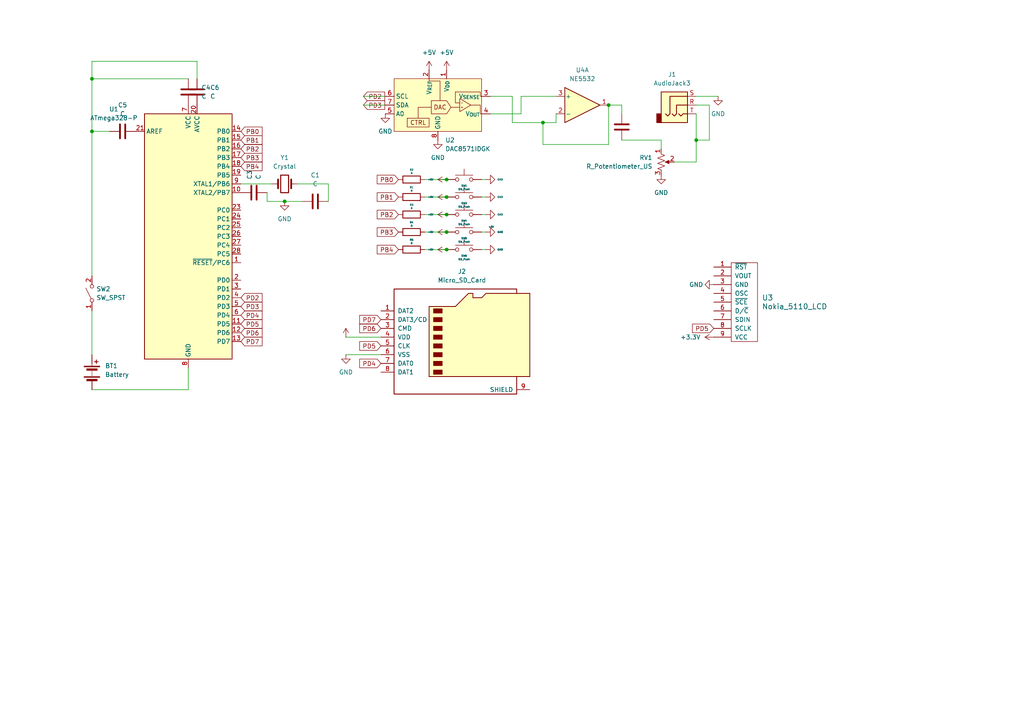
<source format=kicad_sch>
(kicad_sch
	(version 20250114)
	(generator "eeschema")
	(generator_version "9.0")
	(uuid "dc56954f-c1d0-4723-b184-c6d3e8a86644")
	(paper "A4")
	(lib_symbols
		(symbol "Amplifier_Operational:NE5532"
			(pin_names
				(offset 0.127)
			)
			(exclude_from_sim no)
			(in_bom yes)
			(on_board yes)
			(property "Reference" "U"
				(at 0 5.08 0)
				(effects
					(font
						(size 1.27 1.27)
					)
					(justify left)
				)
			)
			(property "Value" "NE5532"
				(at 0 -5.08 0)
				(effects
					(font
						(size 1.27 1.27)
					)
					(justify left)
				)
			)
			(property "Footprint" ""
				(at 0 0 0)
				(effects
					(font
						(size 1.27 1.27)
					)
					(hide yes)
				)
			)
			(property "Datasheet" "http://www.ti.com/lit/ds/symlink/ne5532.pdf"
				(at 0 0 0)
				(effects
					(font
						(size 1.27 1.27)
					)
					(hide yes)
				)
			)
			(property "Description" "Dual Low-Noise Operational Amplifiers, DIP-8/SOIC-8"
				(at 0 0 0)
				(effects
					(font
						(size 1.27 1.27)
					)
					(hide yes)
				)
			)
			(property "ki_locked" ""
				(at 0 0 0)
				(effects
					(font
						(size 1.27 1.27)
					)
				)
			)
			(property "ki_keywords" "dual opamp"
				(at 0 0 0)
				(effects
					(font
						(size 1.27 1.27)
					)
					(hide yes)
				)
			)
			(property "ki_fp_filters" "SOIC*3.9x4.9mm*P1.27mm* DIP*W7.62mm* TO*99* OnSemi*Micro8* TSSOP*3x3mm*P0.65mm* TSSOP*4.4x3mm*P0.65mm* MSOP*3x3mm*P0.65mm* SSOP*3.9x4.9mm*P0.635mm* LFCSP*2x2mm*P0.5mm* *SIP* SOIC*5.3x6.2mm*P1.27mm*"
				(at 0 0 0)
				(effects
					(font
						(size 1.27 1.27)
					)
					(hide yes)
				)
			)
			(symbol "NE5532_1_1"
				(polyline
					(pts
						(xy -5.08 5.08) (xy 5.08 0) (xy -5.08 -5.08) (xy -5.08 5.08)
					)
					(stroke
						(width 0.254)
						(type default)
					)
					(fill
						(type background)
					)
				)
				(pin input line
					(at -7.62 2.54 0)
					(length 2.54)
					(name "+"
						(effects
							(font
								(size 1.27 1.27)
							)
						)
					)
					(number "3"
						(effects
							(font
								(size 1.27 1.27)
							)
						)
					)
				)
				(pin input line
					(at -7.62 -2.54 0)
					(length 2.54)
					(name "-"
						(effects
							(font
								(size 1.27 1.27)
							)
						)
					)
					(number "2"
						(effects
							(font
								(size 1.27 1.27)
							)
						)
					)
				)
				(pin output line
					(at 7.62 0 180)
					(length 2.54)
					(name "~"
						(effects
							(font
								(size 1.27 1.27)
							)
						)
					)
					(number "1"
						(effects
							(font
								(size 1.27 1.27)
							)
						)
					)
				)
			)
			(symbol "NE5532_2_1"
				(polyline
					(pts
						(xy -5.08 5.08) (xy 5.08 0) (xy -5.08 -5.08) (xy -5.08 5.08)
					)
					(stroke
						(width 0.254)
						(type default)
					)
					(fill
						(type background)
					)
				)
				(pin input line
					(at -7.62 2.54 0)
					(length 2.54)
					(name "+"
						(effects
							(font
								(size 1.27 1.27)
							)
						)
					)
					(number "5"
						(effects
							(font
								(size 1.27 1.27)
							)
						)
					)
				)
				(pin input line
					(at -7.62 -2.54 0)
					(length 2.54)
					(name "-"
						(effects
							(font
								(size 1.27 1.27)
							)
						)
					)
					(number "6"
						(effects
							(font
								(size 1.27 1.27)
							)
						)
					)
				)
				(pin output line
					(at 7.62 0 180)
					(length 2.54)
					(name "~"
						(effects
							(font
								(size 1.27 1.27)
							)
						)
					)
					(number "7"
						(effects
							(font
								(size 1.27 1.27)
							)
						)
					)
				)
			)
			(symbol "NE5532_3_1"
				(pin power_in line
					(at -2.54 7.62 270)
					(length 3.81)
					(name "V+"
						(effects
							(font
								(size 1.27 1.27)
							)
						)
					)
					(number "8"
						(effects
							(font
								(size 1.27 1.27)
							)
						)
					)
				)
				(pin power_in line
					(at -2.54 -7.62 90)
					(length 3.81)
					(name "V-"
						(effects
							(font
								(size 1.27 1.27)
							)
						)
					)
					(number "4"
						(effects
							(font
								(size 1.27 1.27)
							)
						)
					)
				)
			)
			(embedded_fonts no)
		)
		(symbol "Analog_DAC:DAC8571IDGK"
			(exclude_from_sim no)
			(in_bom yes)
			(on_board yes)
			(property "Reference" "U"
				(at 5.08 8.89 0)
				(effects
					(font
						(size 1.27 1.27)
					)
				)
			)
			(property "Value" "DAC8571IDGK"
				(at 10.16 -8.89 0)
				(effects
					(font
						(size 1.27 1.27)
					)
				)
			)
			(property "Footprint" "Package_SO:MSOP-8_3x3mm_P0.65mm"
				(at 2.54 -12.7 0)
				(effects
					(font
						(size 1.27 1.27)
					)
					(hide yes)
				)
			)
			(property "Datasheet" "https://www.ti.com/lit/ds/symlink/dac8571.pdf"
				(at 2.54 -15.24 0)
				(effects
					(font
						(size 1.27 1.27)
					)
					(hide yes)
				)
			)
			(property "Description" "DAC, 16-Bit, Low Power, Voltage Output, Rail-to-Rail Output, I2C Interface, MSOP-8 3x3mm package"
				(at 0 0 0)
				(effects
					(font
						(size 1.27 1.27)
					)
					(hide yes)
				)
			)
			(property "ki_keywords" "DAC 16-Bit Voltage Output Rail-to-Rail I2C"
				(at 0 0 0)
				(effects
					(font
						(size 1.27 1.27)
					)
					(hide yes)
				)
			)
			(property "ki_fp_filters" "MSOP*3x3mm?P0.65mm*"
				(at 0 0 0)
				(effects
					(font
						(size 1.27 1.27)
					)
					(hide yes)
				)
			)
			(symbol "DAC8571IDGK_0_0"
				(text "DAC"
					(at 0.635 -0.635 0)
					(effects
						(font
							(size 1.27 1.27)
						)
					)
				)
			)
			(symbol "DAC8571IDGK_0_1"
				(polyline
					(pts
						(xy 3.81 -0.635) (xy 6.35 -0.635)
					)
					(stroke
						(width 0)
						(type default)
					)
					(fill
						(type none)
					)
				)
				(polyline
					(pts
						(xy 3.81 -0.635) (xy 2.54 1.27) (xy -1.905 1.27) (xy -1.905 -2.54) (xy 2.54 -2.54) (xy 3.81 -0.635)
					)
					(stroke
						(width 0)
						(type default)
					)
					(fill
						(type none)
					)
				)
				(polyline
					(pts
						(xy 6.35 0.635) (xy 5.08 0.635) (xy 5.08 3.81)
					)
					(stroke
						(width 0)
						(type default)
					)
					(fill
						(type none)
					)
				)
				(polyline
					(pts
						(xy 6.35 0) (xy 6.35 1.905) (xy 9.525 0) (xy 6.35 -1.905) (xy 6.35 0)
					)
					(stroke
						(width 0)
						(type default)
					)
					(fill
						(type none)
					)
				)
			)
			(symbol "DAC8571IDGK_1_1"
				(rectangle
					(start -12.7 7.62)
					(end 12.7 -7.62)
					(stroke
						(width 0)
						(type default)
					)
					(fill
						(type background)
					)
				)
				(rectangle
					(start -8.89 -3.81)
					(end -2.54 -6.35)
					(stroke
						(width 0)
						(type default)
					)
					(fill
						(type none)
					)
				)
				(polyline
					(pts
						(xy -5.715 -3.81) (xy -5.715 -0.635) (xy -1.905 -0.635)
					)
					(stroke
						(width 0)
						(type default)
					)
					(fill
						(type none)
					)
				)
				(polyline
					(pts
						(xy -2.54 7.62) (xy -2.54 6.985) (xy 0.635 6.985) (xy 0.635 1.27)
					)
					(stroke
						(width 0)
						(type default)
					)
					(fill
						(type none)
					)
				)
				(polyline
					(pts
						(xy 9.525 0) (xy 12.319 0) (xy 12.319 -2.54) (xy 12.7 -2.54)
					)
					(stroke
						(width 0)
						(type default)
					)
					(fill
						(type none)
					)
				)
				(polyline
					(pts
						(xy 12.7 2.54) (xy 12.319 2.54) (xy 12.319 3.81) (xy 5.08 3.81)
					)
					(stroke
						(width 0)
						(type default)
					)
					(fill
						(type none)
					)
				)
				(text "CTRL"
					(at -5.715 -5.08 0)
					(effects
						(font
							(size 1.27 1.27)
						)
					)
				)
				(text "-"
					(at 6.985 0.635 0)
					(effects
						(font
							(size 0.508 0.508)
						)
					)
				)
				(text "+"
					(at 6.985 -0.635 0)
					(effects
						(font
							(size 0.508 0.508)
						)
					)
				)
				(pin input line
					(at -15.24 2.54 0)
					(length 2.54)
					(name "SCL"
						(effects
							(font
								(size 1.27 1.27)
							)
						)
					)
					(number "6"
						(effects
							(font
								(size 1.27 1.27)
							)
						)
					)
				)
				(pin bidirectional line
					(at -15.24 0 0)
					(length 2.54)
					(name "SDA"
						(effects
							(font
								(size 1.27 1.27)
							)
						)
					)
					(number "7"
						(effects
							(font
								(size 1.27 1.27)
							)
						)
					)
				)
				(pin input line
					(at -15.24 -2.54 0)
					(length 2.54)
					(name "A0"
						(effects
							(font
								(size 1.27 1.27)
							)
						)
					)
					(number "5"
						(effects
							(font
								(size 1.27 1.27)
							)
						)
					)
				)
				(pin input line
					(at -2.54 10.16 270)
					(length 2.54)
					(name "V_{REF}"
						(effects
							(font
								(size 1.27 1.27)
							)
						)
					)
					(number "2"
						(effects
							(font
								(size 1.27 1.27)
							)
						)
					)
				)
				(pin power_in line
					(at 0 -10.16 90)
					(length 2.54)
					(name "GND"
						(effects
							(font
								(size 1.27 1.27)
							)
						)
					)
					(number "8"
						(effects
							(font
								(size 1.27 1.27)
							)
						)
					)
				)
				(pin power_in line
					(at 2.54 10.16 270)
					(length 2.54)
					(name "V_{DD}"
						(effects
							(font
								(size 1.27 1.27)
							)
						)
					)
					(number "1"
						(effects
							(font
								(size 1.27 1.27)
							)
						)
					)
				)
				(pin input line
					(at 15.24 2.54 180)
					(length 2.54)
					(name "V_{SENSE}"
						(effects
							(font
								(size 1.27 1.27)
							)
						)
					)
					(number "3"
						(effects
							(font
								(size 1.27 1.27)
							)
						)
					)
				)
				(pin output line
					(at 15.24 -2.54 180)
					(length 2.54)
					(name "V_{OUT}"
						(effects
							(font
								(size 1.27 1.27)
							)
						)
					)
					(number "4"
						(effects
							(font
								(size 1.27 1.27)
							)
						)
					)
				)
			)
			(embedded_fonts no)
		)
		(symbol "Connector:Micro_SD_Card"
			(pin_names
				(offset 1.016)
			)
			(exclude_from_sim no)
			(in_bom yes)
			(on_board yes)
			(property "Reference" "J"
				(at -16.51 15.24 0)
				(effects
					(font
						(size 1.27 1.27)
					)
				)
			)
			(property "Value" "Micro_SD_Card"
				(at 16.51 15.24 0)
				(effects
					(font
						(size 1.27 1.27)
					)
					(justify right)
				)
			)
			(property "Footprint" ""
				(at 29.21 7.62 0)
				(effects
					(font
						(size 1.27 1.27)
					)
					(hide yes)
				)
			)
			(property "Datasheet" "https://www.we-online.com/components/products/datasheet/693072010801.pdf"
				(at 0 0 0)
				(effects
					(font
						(size 1.27 1.27)
					)
					(hide yes)
				)
			)
			(property "Description" "Micro SD Card Socket"
				(at 0 0 0)
				(effects
					(font
						(size 1.27 1.27)
					)
					(hide yes)
				)
			)
			(property "ki_keywords" "connector SD microsd"
				(at 0 0 0)
				(effects
					(font
						(size 1.27 1.27)
					)
					(hide yes)
				)
			)
			(property "ki_fp_filters" "microSD*"
				(at 0 0 0)
				(effects
					(font
						(size 1.27 1.27)
					)
					(hide yes)
				)
			)
			(symbol "Micro_SD_Card_0_1"
				(polyline
					(pts
						(xy -8.89 -11.43) (xy -8.89 8.89) (xy -1.27 8.89) (xy 2.54 12.7) (xy 3.81 12.7) (xy 3.81 11.43)
						(xy 6.35 11.43) (xy 7.62 12.7) (xy 20.32 12.7) (xy 20.32 -11.43) (xy -8.89 -11.43)
					)
					(stroke
						(width 0.254)
						(type default)
					)
					(fill
						(type background)
					)
				)
				(rectangle
					(start -7.62 8.255)
					(end -5.08 6.985)
					(stroke
						(width 0)
						(type default)
					)
					(fill
						(type outline)
					)
				)
				(rectangle
					(start -7.62 5.715)
					(end -5.08 4.445)
					(stroke
						(width 0)
						(type default)
					)
					(fill
						(type outline)
					)
				)
				(rectangle
					(start -7.62 3.175)
					(end -5.08 1.905)
					(stroke
						(width 0)
						(type default)
					)
					(fill
						(type outline)
					)
				)
				(rectangle
					(start -7.62 0.635)
					(end -5.08 -0.635)
					(stroke
						(width 0)
						(type default)
					)
					(fill
						(type outline)
					)
				)
				(rectangle
					(start -7.62 -1.905)
					(end -5.08 -3.175)
					(stroke
						(width 0)
						(type default)
					)
					(fill
						(type outline)
					)
				)
				(rectangle
					(start -7.62 -4.445)
					(end -5.08 -5.715)
					(stroke
						(width 0)
						(type default)
					)
					(fill
						(type outline)
					)
				)
				(rectangle
					(start -7.62 -6.985)
					(end -5.08 -8.255)
					(stroke
						(width 0)
						(type default)
					)
					(fill
						(type outline)
					)
				)
				(rectangle
					(start -7.62 -9.525)
					(end -5.08 -10.795)
					(stroke
						(width 0)
						(type default)
					)
					(fill
						(type outline)
					)
				)
				(polyline
					(pts
						(xy 16.51 12.7) (xy 16.51 13.97) (xy -19.05 13.97) (xy -19.05 -16.51) (xy 16.51 -16.51) (xy 16.51 -11.43)
					)
					(stroke
						(width 0.254)
						(type default)
					)
					(fill
						(type none)
					)
				)
			)
			(symbol "Micro_SD_Card_1_1"
				(pin bidirectional line
					(at -22.86 7.62 0)
					(length 3.81)
					(name "DAT2"
						(effects
							(font
								(size 1.27 1.27)
							)
						)
					)
					(number "1"
						(effects
							(font
								(size 1.27 1.27)
							)
						)
					)
				)
				(pin bidirectional line
					(at -22.86 5.08 0)
					(length 3.81)
					(name "DAT3/CD"
						(effects
							(font
								(size 1.27 1.27)
							)
						)
					)
					(number "2"
						(effects
							(font
								(size 1.27 1.27)
							)
						)
					)
				)
				(pin input line
					(at -22.86 2.54 0)
					(length 3.81)
					(name "CMD"
						(effects
							(font
								(size 1.27 1.27)
							)
						)
					)
					(number "3"
						(effects
							(font
								(size 1.27 1.27)
							)
						)
					)
				)
				(pin power_in line
					(at -22.86 0 0)
					(length 3.81)
					(name "VDD"
						(effects
							(font
								(size 1.27 1.27)
							)
						)
					)
					(number "4"
						(effects
							(font
								(size 1.27 1.27)
							)
						)
					)
				)
				(pin input line
					(at -22.86 -2.54 0)
					(length 3.81)
					(name "CLK"
						(effects
							(font
								(size 1.27 1.27)
							)
						)
					)
					(number "5"
						(effects
							(font
								(size 1.27 1.27)
							)
						)
					)
				)
				(pin power_in line
					(at -22.86 -5.08 0)
					(length 3.81)
					(name "VSS"
						(effects
							(font
								(size 1.27 1.27)
							)
						)
					)
					(number "6"
						(effects
							(font
								(size 1.27 1.27)
							)
						)
					)
				)
				(pin bidirectional line
					(at -22.86 -7.62 0)
					(length 3.81)
					(name "DAT0"
						(effects
							(font
								(size 1.27 1.27)
							)
						)
					)
					(number "7"
						(effects
							(font
								(size 1.27 1.27)
							)
						)
					)
				)
				(pin bidirectional line
					(at -22.86 -10.16 0)
					(length 3.81)
					(name "DAT1"
						(effects
							(font
								(size 1.27 1.27)
							)
						)
					)
					(number "8"
						(effects
							(font
								(size 1.27 1.27)
							)
						)
					)
				)
				(pin passive line
					(at 20.32 -15.24 180)
					(length 3.81)
					(name "SHIELD"
						(effects
							(font
								(size 1.27 1.27)
							)
						)
					)
					(number "9"
						(effects
							(font
								(size 1.27 1.27)
							)
						)
					)
				)
			)
			(embedded_fonts no)
		)
		(symbol "Connector_Audio:AudioJack3"
			(exclude_from_sim no)
			(in_bom yes)
			(on_board yes)
			(property "Reference" "J"
				(at 0 8.89 0)
				(effects
					(font
						(size 1.27 1.27)
					)
				)
			)
			(property "Value" "AudioJack3"
				(at 0 6.35 0)
				(effects
					(font
						(size 1.27 1.27)
					)
				)
			)
			(property "Footprint" ""
				(at 0 0 0)
				(effects
					(font
						(size 1.27 1.27)
					)
					(hide yes)
				)
			)
			(property "Datasheet" "~"
				(at 0 0 0)
				(effects
					(font
						(size 1.27 1.27)
					)
					(hide yes)
				)
			)
			(property "Description" "Audio Jack, 3 Poles (Stereo / TRS)"
				(at 0 0 0)
				(effects
					(font
						(size 1.27 1.27)
					)
					(hide yes)
				)
			)
			(property "ki_keywords" "audio jack receptacle stereo headphones phones TRS connector"
				(at 0 0 0)
				(effects
					(font
						(size 1.27 1.27)
					)
					(hide yes)
				)
			)
			(property "ki_fp_filters" "Jack*"
				(at 0 0 0)
				(effects
					(font
						(size 1.27 1.27)
					)
					(hide yes)
				)
			)
			(symbol "AudioJack3_0_1"
				(rectangle
					(start -5.08 -5.08)
					(end -6.35 -2.54)
					(stroke
						(width 0.254)
						(type default)
					)
					(fill
						(type outline)
					)
				)
				(polyline
					(pts
						(xy -1.905 -2.54) (xy -1.27 -3.175) (xy -0.635 -2.54) (xy -0.635 0) (xy 2.54 0)
					)
					(stroke
						(width 0.254)
						(type default)
					)
					(fill
						(type none)
					)
				)
				(polyline
					(pts
						(xy 0 -2.54) (xy 0.635 -3.175) (xy 1.27 -2.54) (xy 2.54 -2.54)
					)
					(stroke
						(width 0.254)
						(type default)
					)
					(fill
						(type none)
					)
				)
				(rectangle
					(start 2.54 3.81)
					(end -5.08 -5.08)
					(stroke
						(width 0.254)
						(type default)
					)
					(fill
						(type background)
					)
				)
				(polyline
					(pts
						(xy 2.54 2.54) (xy -2.54 2.54) (xy -2.54 -2.54) (xy -3.175 -3.175) (xy -3.81 -2.54)
					)
					(stroke
						(width 0.254)
						(type default)
					)
					(fill
						(type none)
					)
				)
			)
			(symbol "AudioJack3_1_1"
				(pin passive line
					(at 5.08 2.54 180)
					(length 2.54)
					(name "~"
						(effects
							(font
								(size 1.27 1.27)
							)
						)
					)
					(number "S"
						(effects
							(font
								(size 1.27 1.27)
							)
						)
					)
				)
				(pin passive line
					(at 5.08 0 180)
					(length 2.54)
					(name "~"
						(effects
							(font
								(size 1.27 1.27)
							)
						)
					)
					(number "R"
						(effects
							(font
								(size 1.27 1.27)
							)
						)
					)
				)
				(pin passive line
					(at 5.08 -2.54 180)
					(length 2.54)
					(name "~"
						(effects
							(font
								(size 1.27 1.27)
							)
						)
					)
					(number "T"
						(effects
							(font
								(size 1.27 1.27)
							)
						)
					)
				)
			)
			(embedded_fonts no)
		)
		(symbol "Device:Battery"
			(pin_numbers
				(hide yes)
			)
			(pin_names
				(offset 0)
				(hide yes)
			)
			(exclude_from_sim no)
			(in_bom yes)
			(on_board yes)
			(property "Reference" "BT"
				(at 2.54 2.54 0)
				(effects
					(font
						(size 1.27 1.27)
					)
					(justify left)
				)
			)
			(property "Value" "Battery"
				(at 2.54 0 0)
				(effects
					(font
						(size 1.27 1.27)
					)
					(justify left)
				)
			)
			(property "Footprint" ""
				(at 0 1.524 90)
				(effects
					(font
						(size 1.27 1.27)
					)
					(hide yes)
				)
			)
			(property "Datasheet" "~"
				(at 0 1.524 90)
				(effects
					(font
						(size 1.27 1.27)
					)
					(hide yes)
				)
			)
			(property "Description" "Multiple-cell battery"
				(at 0 0 0)
				(effects
					(font
						(size 1.27 1.27)
					)
					(hide yes)
				)
			)
			(property "ki_keywords" "batt voltage-source cell"
				(at 0 0 0)
				(effects
					(font
						(size 1.27 1.27)
					)
					(hide yes)
				)
			)
			(symbol "Battery_0_1"
				(rectangle
					(start -2.286 1.778)
					(end 2.286 1.524)
					(stroke
						(width 0)
						(type default)
					)
					(fill
						(type outline)
					)
				)
				(rectangle
					(start -2.286 -1.27)
					(end 2.286 -1.524)
					(stroke
						(width 0)
						(type default)
					)
					(fill
						(type outline)
					)
				)
				(rectangle
					(start -1.524 1.016)
					(end 1.524 0.508)
					(stroke
						(width 0)
						(type default)
					)
					(fill
						(type outline)
					)
				)
				(rectangle
					(start -1.524 -2.032)
					(end 1.524 -2.54)
					(stroke
						(width 0)
						(type default)
					)
					(fill
						(type outline)
					)
				)
				(polyline
					(pts
						(xy 0 1.778) (xy 0 2.54)
					)
					(stroke
						(width 0)
						(type default)
					)
					(fill
						(type none)
					)
				)
				(polyline
					(pts
						(xy 0 0) (xy 0 0.254)
					)
					(stroke
						(width 0)
						(type default)
					)
					(fill
						(type none)
					)
				)
				(polyline
					(pts
						(xy 0 -0.508) (xy 0 -0.254)
					)
					(stroke
						(width 0)
						(type default)
					)
					(fill
						(type none)
					)
				)
				(polyline
					(pts
						(xy 0 -1.016) (xy 0 -0.762)
					)
					(stroke
						(width 0)
						(type default)
					)
					(fill
						(type none)
					)
				)
				(polyline
					(pts
						(xy 0.762 3.048) (xy 1.778 3.048)
					)
					(stroke
						(width 0.254)
						(type default)
					)
					(fill
						(type none)
					)
				)
				(polyline
					(pts
						(xy 1.27 3.556) (xy 1.27 2.54)
					)
					(stroke
						(width 0.254)
						(type default)
					)
					(fill
						(type none)
					)
				)
			)
			(symbol "Battery_1_1"
				(pin passive line
					(at 0 5.08 270)
					(length 2.54)
					(name "+"
						(effects
							(font
								(size 1.27 1.27)
							)
						)
					)
					(number "1"
						(effects
							(font
								(size 1.27 1.27)
							)
						)
					)
				)
				(pin passive line
					(at 0 -5.08 90)
					(length 2.54)
					(name "-"
						(effects
							(font
								(size 1.27 1.27)
							)
						)
					)
					(number "2"
						(effects
							(font
								(size 1.27 1.27)
							)
						)
					)
				)
			)
			(embedded_fonts no)
		)
		(symbol "Device:C"
			(pin_numbers
				(hide yes)
			)
			(pin_names
				(offset 0.254)
			)
			(exclude_from_sim no)
			(in_bom yes)
			(on_board yes)
			(property "Reference" "C"
				(at 0.635 2.54 0)
				(effects
					(font
						(size 1.27 1.27)
					)
					(justify left)
				)
			)
			(property "Value" "C"
				(at 0.635 -2.54 0)
				(effects
					(font
						(size 1.27 1.27)
					)
					(justify left)
				)
			)
			(property "Footprint" ""
				(at 0.9652 -3.81 0)
				(effects
					(font
						(size 1.27 1.27)
					)
					(hide yes)
				)
			)
			(property "Datasheet" "~"
				(at 0 0 0)
				(effects
					(font
						(size 1.27 1.27)
					)
					(hide yes)
				)
			)
			(property "Description" "Unpolarized capacitor"
				(at 0 0 0)
				(effects
					(font
						(size 1.27 1.27)
					)
					(hide yes)
				)
			)
			(property "ki_keywords" "cap capacitor"
				(at 0 0 0)
				(effects
					(font
						(size 1.27 1.27)
					)
					(hide yes)
				)
			)
			(property "ki_fp_filters" "C_*"
				(at 0 0 0)
				(effects
					(font
						(size 1.27 1.27)
					)
					(hide yes)
				)
			)
			(symbol "C_0_1"
				(polyline
					(pts
						(xy -2.032 0.762) (xy 2.032 0.762)
					)
					(stroke
						(width 0.508)
						(type default)
					)
					(fill
						(type none)
					)
				)
				(polyline
					(pts
						(xy -2.032 -0.762) (xy 2.032 -0.762)
					)
					(stroke
						(width 0.508)
						(type default)
					)
					(fill
						(type none)
					)
				)
			)
			(symbol "C_1_1"
				(pin passive line
					(at 0 3.81 270)
					(length 2.794)
					(name "~"
						(effects
							(font
								(size 1.27 1.27)
							)
						)
					)
					(number "1"
						(effects
							(font
								(size 1.27 1.27)
							)
						)
					)
				)
				(pin passive line
					(at 0 -3.81 90)
					(length 2.794)
					(name "~"
						(effects
							(font
								(size 1.27 1.27)
							)
						)
					)
					(number "2"
						(effects
							(font
								(size 1.27 1.27)
							)
						)
					)
				)
			)
			(embedded_fonts no)
		)
		(symbol "Device:Crystal"
			(pin_numbers
				(hide yes)
			)
			(pin_names
				(offset 1.016)
				(hide yes)
			)
			(exclude_from_sim no)
			(in_bom yes)
			(on_board yes)
			(property "Reference" "Y"
				(at 0 3.81 0)
				(effects
					(font
						(size 1.27 1.27)
					)
				)
			)
			(property "Value" "Crystal"
				(at 0 -3.81 0)
				(effects
					(font
						(size 1.27 1.27)
					)
				)
			)
			(property "Footprint" ""
				(at 0 0 0)
				(effects
					(font
						(size 1.27 1.27)
					)
					(hide yes)
				)
			)
			(property "Datasheet" "~"
				(at 0 0 0)
				(effects
					(font
						(size 1.27 1.27)
					)
					(hide yes)
				)
			)
			(property "Description" "Two pin crystal"
				(at 0 0 0)
				(effects
					(font
						(size 1.27 1.27)
					)
					(hide yes)
				)
			)
			(property "ki_keywords" "quartz ceramic resonator oscillator"
				(at 0 0 0)
				(effects
					(font
						(size 1.27 1.27)
					)
					(hide yes)
				)
			)
			(property "ki_fp_filters" "Crystal*"
				(at 0 0 0)
				(effects
					(font
						(size 1.27 1.27)
					)
					(hide yes)
				)
			)
			(symbol "Crystal_0_1"
				(polyline
					(pts
						(xy -2.54 0) (xy -1.905 0)
					)
					(stroke
						(width 0)
						(type default)
					)
					(fill
						(type none)
					)
				)
				(polyline
					(pts
						(xy -1.905 -1.27) (xy -1.905 1.27)
					)
					(stroke
						(width 0.508)
						(type default)
					)
					(fill
						(type none)
					)
				)
				(rectangle
					(start -1.143 2.54)
					(end 1.143 -2.54)
					(stroke
						(width 0.3048)
						(type default)
					)
					(fill
						(type none)
					)
				)
				(polyline
					(pts
						(xy 1.905 -1.27) (xy 1.905 1.27)
					)
					(stroke
						(width 0.508)
						(type default)
					)
					(fill
						(type none)
					)
				)
				(polyline
					(pts
						(xy 2.54 0) (xy 1.905 0)
					)
					(stroke
						(width 0)
						(type default)
					)
					(fill
						(type none)
					)
				)
			)
			(symbol "Crystal_1_1"
				(pin passive line
					(at -3.81 0 0)
					(length 1.27)
					(name "1"
						(effects
							(font
								(size 1.27 1.27)
							)
						)
					)
					(number "1"
						(effects
							(font
								(size 1.27 1.27)
							)
						)
					)
				)
				(pin passive line
					(at 3.81 0 180)
					(length 1.27)
					(name "2"
						(effects
							(font
								(size 1.27 1.27)
							)
						)
					)
					(number "2"
						(effects
							(font
								(size 1.27 1.27)
							)
						)
					)
				)
			)
			(embedded_fonts no)
		)
		(symbol "Device:R"
			(pin_numbers
				(hide yes)
			)
			(pin_names
				(offset 0)
			)
			(exclude_from_sim no)
			(in_bom yes)
			(on_board yes)
			(property "Reference" "R"
				(at 2.032 0 90)
				(effects
					(font
						(size 1.27 1.27)
					)
				)
			)
			(property "Value" "R"
				(at 0 0 90)
				(effects
					(font
						(size 1.27 1.27)
					)
				)
			)
			(property "Footprint" ""
				(at -1.778 0 90)
				(effects
					(font
						(size 1.27 1.27)
					)
					(hide yes)
				)
			)
			(property "Datasheet" "~"
				(at 0 0 0)
				(effects
					(font
						(size 1.27 1.27)
					)
					(hide yes)
				)
			)
			(property "Description" "Resistor"
				(at 0 0 0)
				(effects
					(font
						(size 1.27 1.27)
					)
					(hide yes)
				)
			)
			(property "ki_keywords" "R res resistor"
				(at 0 0 0)
				(effects
					(font
						(size 1.27 1.27)
					)
					(hide yes)
				)
			)
			(property "ki_fp_filters" "R_*"
				(at 0 0 0)
				(effects
					(font
						(size 1.27 1.27)
					)
					(hide yes)
				)
			)
			(symbol "R_0_1"
				(rectangle
					(start -1.016 -2.54)
					(end 1.016 2.54)
					(stroke
						(width 0.254)
						(type default)
					)
					(fill
						(type none)
					)
				)
			)
			(symbol "R_1_1"
				(pin passive line
					(at 0 3.81 270)
					(length 1.27)
					(name "~"
						(effects
							(font
								(size 1.27 1.27)
							)
						)
					)
					(number "1"
						(effects
							(font
								(size 1.27 1.27)
							)
						)
					)
				)
				(pin passive line
					(at 0 -3.81 90)
					(length 1.27)
					(name "~"
						(effects
							(font
								(size 1.27 1.27)
							)
						)
					)
					(number "2"
						(effects
							(font
								(size 1.27 1.27)
							)
						)
					)
				)
			)
			(embedded_fonts no)
		)
		(symbol "Device:R_Potentiometer_US"
			(pin_names
				(offset 1.016)
				(hide yes)
			)
			(exclude_from_sim no)
			(in_bom yes)
			(on_board yes)
			(property "Reference" "RV"
				(at -4.445 0 90)
				(effects
					(font
						(size 1.27 1.27)
					)
				)
			)
			(property "Value" "R_Potentiometer_US"
				(at -2.54 0 90)
				(effects
					(font
						(size 1.27 1.27)
					)
				)
			)
			(property "Footprint" ""
				(at 0 0 0)
				(effects
					(font
						(size 1.27 1.27)
					)
					(hide yes)
				)
			)
			(property "Datasheet" "~"
				(at 0 0 0)
				(effects
					(font
						(size 1.27 1.27)
					)
					(hide yes)
				)
			)
			(property "Description" "Potentiometer, US symbol"
				(at 0 0 0)
				(effects
					(font
						(size 1.27 1.27)
					)
					(hide yes)
				)
			)
			(property "ki_keywords" "resistor variable"
				(at 0 0 0)
				(effects
					(font
						(size 1.27 1.27)
					)
					(hide yes)
				)
			)
			(property "ki_fp_filters" "Potentiometer*"
				(at 0 0 0)
				(effects
					(font
						(size 1.27 1.27)
					)
					(hide yes)
				)
			)
			(symbol "R_Potentiometer_US_0_1"
				(polyline
					(pts
						(xy 0 2.54) (xy 0 2.286)
					)
					(stroke
						(width 0)
						(type default)
					)
					(fill
						(type none)
					)
				)
				(polyline
					(pts
						(xy 0 2.286) (xy 1.016 1.905) (xy 0 1.524) (xy -1.016 1.143) (xy 0 0.762)
					)
					(stroke
						(width 0)
						(type default)
					)
					(fill
						(type none)
					)
				)
				(polyline
					(pts
						(xy 0 0.762) (xy 1.016 0.381) (xy 0 0) (xy -1.016 -0.381) (xy 0 -0.762)
					)
					(stroke
						(width 0)
						(type default)
					)
					(fill
						(type none)
					)
				)
				(polyline
					(pts
						(xy 0 -0.762) (xy 1.016 -1.143) (xy 0 -1.524) (xy -1.016 -1.905) (xy 0 -2.286)
					)
					(stroke
						(width 0)
						(type default)
					)
					(fill
						(type none)
					)
				)
				(polyline
					(pts
						(xy 0 -2.286) (xy 0 -2.54)
					)
					(stroke
						(width 0)
						(type default)
					)
					(fill
						(type none)
					)
				)
				(polyline
					(pts
						(xy 1.143 0) (xy 2.286 0.508) (xy 2.286 -0.508) (xy 1.143 0)
					)
					(stroke
						(width 0)
						(type default)
					)
					(fill
						(type outline)
					)
				)
				(polyline
					(pts
						(xy 2.54 0) (xy 1.524 0)
					)
					(stroke
						(width 0)
						(type default)
					)
					(fill
						(type none)
					)
				)
			)
			(symbol "R_Potentiometer_US_1_1"
				(pin passive line
					(at 0 3.81 270)
					(length 1.27)
					(name "1"
						(effects
							(font
								(size 1.27 1.27)
							)
						)
					)
					(number "1"
						(effects
							(font
								(size 1.27 1.27)
							)
						)
					)
				)
				(pin passive line
					(at 0 -3.81 90)
					(length 1.27)
					(name "3"
						(effects
							(font
								(size 1.27 1.27)
							)
						)
					)
					(number "3"
						(effects
							(font
								(size 1.27 1.27)
							)
						)
					)
				)
				(pin passive line
					(at 3.81 0 180)
					(length 1.27)
					(name "2"
						(effects
							(font
								(size 1.27 1.27)
							)
						)
					)
					(number "2"
						(effects
							(font
								(size 1.27 1.27)
							)
						)
					)
				)
			)
			(embedded_fonts no)
		)
		(symbol "MCU_Microchip_ATmega:ATmega328-P"
			(exclude_from_sim no)
			(in_bom yes)
			(on_board yes)
			(property "Reference" "U"
				(at -12.7 36.83 0)
				(effects
					(font
						(size 1.27 1.27)
					)
					(justify left bottom)
				)
			)
			(property "Value" "ATmega328-P"
				(at 2.54 -36.83 0)
				(effects
					(font
						(size 1.27 1.27)
					)
					(justify left top)
				)
			)
			(property "Footprint" "Package_DIP:DIP-28_W7.62mm"
				(at 0 0 0)
				(effects
					(font
						(size 1.27 1.27)
						(italic yes)
					)
					(hide yes)
				)
			)
			(property "Datasheet" "http://ww1.microchip.com/downloads/en/DeviceDoc/ATmega328_P%20AVR%20MCU%20with%20picoPower%20Technology%20Data%20Sheet%2040001984A.pdf"
				(at 0 0 0)
				(effects
					(font
						(size 1.27 1.27)
					)
					(hide yes)
				)
			)
			(property "Description" "20MHz, 32kB Flash, 2kB SRAM, 1kB EEPROM, DIP-28"
				(at 0 0 0)
				(effects
					(font
						(size 1.27 1.27)
					)
					(hide yes)
				)
			)
			(property "ki_keywords" "AVR 8bit Microcontroller MegaAVR"
				(at 0 0 0)
				(effects
					(font
						(size 1.27 1.27)
					)
					(hide yes)
				)
			)
			(property "ki_fp_filters" "DIP*W7.62mm*"
				(at 0 0 0)
				(effects
					(font
						(size 1.27 1.27)
					)
					(hide yes)
				)
			)
			(symbol "ATmega328-P_0_1"
				(rectangle
					(start -12.7 -35.56)
					(end 12.7 35.56)
					(stroke
						(width 0.254)
						(type default)
					)
					(fill
						(type background)
					)
				)
			)
			(symbol "ATmega328-P_1_1"
				(pin passive line
					(at -15.24 30.48 0)
					(length 2.54)
					(name "AREF"
						(effects
							(font
								(size 1.27 1.27)
							)
						)
					)
					(number "21"
						(effects
							(font
								(size 1.27 1.27)
							)
						)
					)
				)
				(pin power_in line
					(at 0 38.1 270)
					(length 2.54)
					(name "VCC"
						(effects
							(font
								(size 1.27 1.27)
							)
						)
					)
					(number "7"
						(effects
							(font
								(size 1.27 1.27)
							)
						)
					)
				)
				(pin passive line
					(at 0 -38.1 90)
					(length 2.54)
					(hide yes)
					(name "GND"
						(effects
							(font
								(size 1.27 1.27)
							)
						)
					)
					(number "22"
						(effects
							(font
								(size 1.27 1.27)
							)
						)
					)
				)
				(pin power_in line
					(at 0 -38.1 90)
					(length 2.54)
					(name "GND"
						(effects
							(font
								(size 1.27 1.27)
							)
						)
					)
					(number "8"
						(effects
							(font
								(size 1.27 1.27)
							)
						)
					)
				)
				(pin power_in line
					(at 2.54 38.1 270)
					(length 2.54)
					(name "AVCC"
						(effects
							(font
								(size 1.27 1.27)
							)
						)
					)
					(number "20"
						(effects
							(font
								(size 1.27 1.27)
							)
						)
					)
				)
				(pin bidirectional line
					(at 15.24 30.48 180)
					(length 2.54)
					(name "PB0"
						(effects
							(font
								(size 1.27 1.27)
							)
						)
					)
					(number "14"
						(effects
							(font
								(size 1.27 1.27)
							)
						)
					)
				)
				(pin bidirectional line
					(at 15.24 27.94 180)
					(length 2.54)
					(name "PB1"
						(effects
							(font
								(size 1.27 1.27)
							)
						)
					)
					(number "15"
						(effects
							(font
								(size 1.27 1.27)
							)
						)
					)
				)
				(pin bidirectional line
					(at 15.24 25.4 180)
					(length 2.54)
					(name "PB2"
						(effects
							(font
								(size 1.27 1.27)
							)
						)
					)
					(number "16"
						(effects
							(font
								(size 1.27 1.27)
							)
						)
					)
				)
				(pin bidirectional line
					(at 15.24 22.86 180)
					(length 2.54)
					(name "PB3"
						(effects
							(font
								(size 1.27 1.27)
							)
						)
					)
					(number "17"
						(effects
							(font
								(size 1.27 1.27)
							)
						)
					)
				)
				(pin bidirectional line
					(at 15.24 20.32 180)
					(length 2.54)
					(name "PB4"
						(effects
							(font
								(size 1.27 1.27)
							)
						)
					)
					(number "18"
						(effects
							(font
								(size 1.27 1.27)
							)
						)
					)
				)
				(pin bidirectional line
					(at 15.24 17.78 180)
					(length 2.54)
					(name "PB5"
						(effects
							(font
								(size 1.27 1.27)
							)
						)
					)
					(number "19"
						(effects
							(font
								(size 1.27 1.27)
							)
						)
					)
				)
				(pin bidirectional line
					(at 15.24 15.24 180)
					(length 2.54)
					(name "XTAL1/PB6"
						(effects
							(font
								(size 1.27 1.27)
							)
						)
					)
					(number "9"
						(effects
							(font
								(size 1.27 1.27)
							)
						)
					)
				)
				(pin bidirectional line
					(at 15.24 12.7 180)
					(length 2.54)
					(name "XTAL2/PB7"
						(effects
							(font
								(size 1.27 1.27)
							)
						)
					)
					(number "10"
						(effects
							(font
								(size 1.27 1.27)
							)
						)
					)
				)
				(pin bidirectional line
					(at 15.24 7.62 180)
					(length 2.54)
					(name "PC0"
						(effects
							(font
								(size 1.27 1.27)
							)
						)
					)
					(number "23"
						(effects
							(font
								(size 1.27 1.27)
							)
						)
					)
				)
				(pin bidirectional line
					(at 15.24 5.08 180)
					(length 2.54)
					(name "PC1"
						(effects
							(font
								(size 1.27 1.27)
							)
						)
					)
					(number "24"
						(effects
							(font
								(size 1.27 1.27)
							)
						)
					)
				)
				(pin bidirectional line
					(at 15.24 2.54 180)
					(length 2.54)
					(name "PC2"
						(effects
							(font
								(size 1.27 1.27)
							)
						)
					)
					(number "25"
						(effects
							(font
								(size 1.27 1.27)
							)
						)
					)
				)
				(pin bidirectional line
					(at 15.24 0 180)
					(length 2.54)
					(name "PC3"
						(effects
							(font
								(size 1.27 1.27)
							)
						)
					)
					(number "26"
						(effects
							(font
								(size 1.27 1.27)
							)
						)
					)
				)
				(pin bidirectional line
					(at 15.24 -2.54 180)
					(length 2.54)
					(name "PC4"
						(effects
							(font
								(size 1.27 1.27)
							)
						)
					)
					(number "27"
						(effects
							(font
								(size 1.27 1.27)
							)
						)
					)
				)
				(pin bidirectional line
					(at 15.24 -5.08 180)
					(length 2.54)
					(name "PC5"
						(effects
							(font
								(size 1.27 1.27)
							)
						)
					)
					(number "28"
						(effects
							(font
								(size 1.27 1.27)
							)
						)
					)
				)
				(pin bidirectional line
					(at 15.24 -7.62 180)
					(length 2.54)
					(name "~{RESET}/PC6"
						(effects
							(font
								(size 1.27 1.27)
							)
						)
					)
					(number "1"
						(effects
							(font
								(size 1.27 1.27)
							)
						)
					)
				)
				(pin bidirectional line
					(at 15.24 -12.7 180)
					(length 2.54)
					(name "PD0"
						(effects
							(font
								(size 1.27 1.27)
							)
						)
					)
					(number "2"
						(effects
							(font
								(size 1.27 1.27)
							)
						)
					)
				)
				(pin bidirectional line
					(at 15.24 -15.24 180)
					(length 2.54)
					(name "PD1"
						(effects
							(font
								(size 1.27 1.27)
							)
						)
					)
					(number "3"
						(effects
							(font
								(size 1.27 1.27)
							)
						)
					)
				)
				(pin bidirectional line
					(at 15.24 -17.78 180)
					(length 2.54)
					(name "PD2"
						(effects
							(font
								(size 1.27 1.27)
							)
						)
					)
					(number "4"
						(effects
							(font
								(size 1.27 1.27)
							)
						)
					)
				)
				(pin bidirectional line
					(at 15.24 -20.32 180)
					(length 2.54)
					(name "PD3"
						(effects
							(font
								(size 1.27 1.27)
							)
						)
					)
					(number "5"
						(effects
							(font
								(size 1.27 1.27)
							)
						)
					)
				)
				(pin bidirectional line
					(at 15.24 -22.86 180)
					(length 2.54)
					(name "PD4"
						(effects
							(font
								(size 1.27 1.27)
							)
						)
					)
					(number "6"
						(effects
							(font
								(size 1.27 1.27)
							)
						)
					)
				)
				(pin bidirectional line
					(at 15.24 -25.4 180)
					(length 2.54)
					(name "PD5"
						(effects
							(font
								(size 1.27 1.27)
							)
						)
					)
					(number "11"
						(effects
							(font
								(size 1.27 1.27)
							)
						)
					)
				)
				(pin bidirectional line
					(at 15.24 -27.94 180)
					(length 2.54)
					(name "PD6"
						(effects
							(font
								(size 1.27 1.27)
							)
						)
					)
					(number "12"
						(effects
							(font
								(size 1.27 1.27)
							)
						)
					)
				)
				(pin bidirectional line
					(at 15.24 -30.48 180)
					(length 2.54)
					(name "PD7"
						(effects
							(font
								(size 1.27 1.27)
							)
						)
					)
					(number "13"
						(effects
							(font
								(size 1.27 1.27)
							)
						)
					)
				)
			)
			(embedded_fonts no)
		)
		(symbol "Switch:SW_Push"
			(pin_numbers
				(hide yes)
			)
			(pin_names
				(offset 1.016)
				(hide yes)
			)
			(exclude_from_sim no)
			(in_bom yes)
			(on_board yes)
			(property "Reference" "SW"
				(at 1.27 2.54 0)
				(effects
					(font
						(size 1.27 1.27)
					)
					(justify left)
				)
			)
			(property "Value" "SW_Push"
				(at 0 -1.524 0)
				(effects
					(font
						(size 1.27 1.27)
					)
				)
			)
			(property "Footprint" ""
				(at 0 5.08 0)
				(effects
					(font
						(size 1.27 1.27)
					)
					(hide yes)
				)
			)
			(property "Datasheet" "~"
				(at 0 5.08 0)
				(effects
					(font
						(size 1.27 1.27)
					)
					(hide yes)
				)
			)
			(property "Description" "Push button switch, generic, two pins"
				(at 0 0 0)
				(effects
					(font
						(size 1.27 1.27)
					)
					(hide yes)
				)
			)
			(property "ki_keywords" "switch normally-open pushbutton push-button"
				(at 0 0 0)
				(effects
					(font
						(size 1.27 1.27)
					)
					(hide yes)
				)
			)
			(symbol "SW_Push_0_1"
				(circle
					(center -2.032 0)
					(radius 0.508)
					(stroke
						(width 0)
						(type default)
					)
					(fill
						(type none)
					)
				)
				(polyline
					(pts
						(xy 0 1.27) (xy 0 3.048)
					)
					(stroke
						(width 0)
						(type default)
					)
					(fill
						(type none)
					)
				)
				(circle
					(center 2.032 0)
					(radius 0.508)
					(stroke
						(width 0)
						(type default)
					)
					(fill
						(type none)
					)
				)
				(polyline
					(pts
						(xy 2.54 1.27) (xy -2.54 1.27)
					)
					(stroke
						(width 0)
						(type default)
					)
					(fill
						(type none)
					)
				)
				(pin passive line
					(at -5.08 0 0)
					(length 2.54)
					(name "1"
						(effects
							(font
								(size 1.27 1.27)
							)
						)
					)
					(number "1"
						(effects
							(font
								(size 1.27 1.27)
							)
						)
					)
				)
				(pin passive line
					(at 5.08 0 180)
					(length 2.54)
					(name "2"
						(effects
							(font
								(size 1.27 1.27)
							)
						)
					)
					(number "2"
						(effects
							(font
								(size 1.27 1.27)
							)
						)
					)
				)
			)
			(embedded_fonts no)
		)
		(symbol "Switch:SW_SPST"
			(pin_names
				(offset 0)
				(hide yes)
			)
			(exclude_from_sim no)
			(in_bom yes)
			(on_board yes)
			(property "Reference" "SW"
				(at 0 3.175 0)
				(effects
					(font
						(size 1.27 1.27)
					)
				)
			)
			(property "Value" "SW_SPST"
				(at 0 -2.54 0)
				(effects
					(font
						(size 1.27 1.27)
					)
				)
			)
			(property "Footprint" ""
				(at 0 0 0)
				(effects
					(font
						(size 1.27 1.27)
					)
					(hide yes)
				)
			)
			(property "Datasheet" "~"
				(at 0 0 0)
				(effects
					(font
						(size 1.27 1.27)
					)
					(hide yes)
				)
			)
			(property "Description" "Single Pole Single Throw (SPST) switch"
				(at 0 0 0)
				(effects
					(font
						(size 1.27 1.27)
					)
					(hide yes)
				)
			)
			(property "ki_keywords" "switch lever"
				(at 0 0 0)
				(effects
					(font
						(size 1.27 1.27)
					)
					(hide yes)
				)
			)
			(symbol "SW_SPST_0_0"
				(circle
					(center -2.032 0)
					(radius 0.508)
					(stroke
						(width 0)
						(type default)
					)
					(fill
						(type none)
					)
				)
				(polyline
					(pts
						(xy -1.524 0.254) (xy 1.524 1.778)
					)
					(stroke
						(width 0)
						(type default)
					)
					(fill
						(type none)
					)
				)
				(circle
					(center 2.032 0)
					(radius 0.508)
					(stroke
						(width 0)
						(type default)
					)
					(fill
						(type none)
					)
				)
			)
			(symbol "SW_SPST_1_1"
				(pin passive line
					(at -5.08 0 0)
					(length 2.54)
					(name "A"
						(effects
							(font
								(size 1.27 1.27)
							)
						)
					)
					(number "1"
						(effects
							(font
								(size 1.27 1.27)
							)
						)
					)
				)
				(pin passive line
					(at 5.08 0 180)
					(length 2.54)
					(name "B"
						(effects
							(font
								(size 1.27 1.27)
							)
						)
					)
					(number "2"
						(effects
							(font
								(size 1.27 1.27)
							)
						)
					)
				)
			)
			(embedded_fonts no)
		)
		(symbol "nokia_5110-3310_lcd:Nokia_5110_LCD"
			(pin_names
				(offset 1.016)
			)
			(exclude_from_sim no)
			(in_bom yes)
			(on_board yes)
			(property "Reference" "U"
				(at 0 -13.97 0)
				(effects
					(font
						(size 1.524 1.524)
					)
				)
			)
			(property "Value" "Nokia_5110_LCD"
				(at 6.35 0 90)
				(effects
					(font
						(size 1.524 1.524)
					)
				)
			)
			(property "Footprint" ""
				(at 0 0 0)
				(effects
					(font
						(size 1.524 1.524)
					)
				)
			)
			(property "Datasheet" ""
				(at 0 0 0)
				(effects
					(font
						(size 1.524 1.524)
					)
				)
			)
			(property "Description" ""
				(at 0 0 0)
				(effects
					(font
						(size 1.27 1.27)
					)
					(hide yes)
				)
			)
			(symbol "Nokia_5110_LCD_0_1"
				(rectangle
					(start -3.81 11.43)
					(end 3.81 -11.43)
					(stroke
						(width 0)
						(type solid)
					)
					(fill
						(type none)
					)
				)
			)
			(symbol "Nokia_5110_LCD_1_1"
				(pin passive line
					(at -8.89 10.16 0)
					(length 5.08)
					(name "~{RST}"
						(effects
							(font
								(size 1.27 1.27)
							)
						)
					)
					(number "1"
						(effects
							(font
								(size 1.27 1.27)
							)
						)
					)
				)
				(pin passive line
					(at -8.89 7.62 0)
					(length 5.08)
					(name "VOUT"
						(effects
							(font
								(size 1.27 1.27)
							)
						)
					)
					(number "2"
						(effects
							(font
								(size 1.27 1.27)
							)
						)
					)
				)
				(pin power_in line
					(at -8.89 5.08 0)
					(length 5.08)
					(name "GND"
						(effects
							(font
								(size 1.27 1.27)
							)
						)
					)
					(number "3"
						(effects
							(font
								(size 1.27 1.27)
							)
						)
					)
				)
				(pin passive line
					(at -8.89 2.54 0)
					(length 5.08)
					(name "OSC"
						(effects
							(font
								(size 1.27 1.27)
							)
						)
					)
					(number "4"
						(effects
							(font
								(size 1.27 1.27)
							)
						)
					)
				)
				(pin passive line
					(at -8.89 0 0)
					(length 5.08)
					(name "~{SCE}"
						(effects
							(font
								(size 1.27 1.27)
							)
						)
					)
					(number "5"
						(effects
							(font
								(size 1.27 1.27)
							)
						)
					)
				)
				(pin passive line
					(at -8.89 -2.54 0)
					(length 5.08)
					(name "D/~{C}"
						(effects
							(font
								(size 1.27 1.27)
							)
						)
					)
					(number "6"
						(effects
							(font
								(size 1.27 1.27)
							)
						)
					)
				)
				(pin passive line
					(at -8.89 -5.08 0)
					(length 5.08)
					(name "SDIN"
						(effects
							(font
								(size 1.27 1.27)
							)
						)
					)
					(number "7"
						(effects
							(font
								(size 1.27 1.27)
							)
						)
					)
				)
				(pin passive line
					(at -8.89 -7.62 0)
					(length 5.08)
					(name "SCLK"
						(effects
							(font
								(size 1.27 1.27)
							)
						)
					)
					(number "8"
						(effects
							(font
								(size 1.27 1.27)
							)
						)
					)
				)
				(pin power_in line
					(at -8.89 -10.16 0)
					(length 5.08)
					(name "VCC"
						(effects
							(font
								(size 1.27 1.27)
							)
						)
					)
					(number "9"
						(effects
							(font
								(size 1.27 1.27)
							)
						)
					)
				)
			)
			(embedded_fonts no)
		)
		(symbol "power:+3.3V"
			(power)
			(pin_numbers
				(hide yes)
			)
			(pin_names
				(offset 0)
				(hide yes)
			)
			(exclude_from_sim no)
			(in_bom yes)
			(on_board yes)
			(property "Reference" "#PWR"
				(at 0 -3.81 0)
				(effects
					(font
						(size 1.27 1.27)
					)
					(hide yes)
				)
			)
			(property "Value" "+3.3V"
				(at 0 3.556 0)
				(effects
					(font
						(size 1.27 1.27)
					)
				)
			)
			(property "Footprint" ""
				(at 0 0 0)
				(effects
					(font
						(size 1.27 1.27)
					)
					(hide yes)
				)
			)
			(property "Datasheet" ""
				(at 0 0 0)
				(effects
					(font
						(size 1.27 1.27)
					)
					(hide yes)
				)
			)
			(property "Description" "Power symbol creates a global label with name \"+3.3V\""
				(at 0 0 0)
				(effects
					(font
						(size 1.27 1.27)
					)
					(hide yes)
				)
			)
			(property "ki_keywords" "global power"
				(at 0 0 0)
				(effects
					(font
						(size 1.27 1.27)
					)
					(hide yes)
				)
			)
			(symbol "+3.3V_0_1"
				(polyline
					(pts
						(xy -0.762 1.27) (xy 0 2.54)
					)
					(stroke
						(width 0)
						(type default)
					)
					(fill
						(type none)
					)
				)
				(polyline
					(pts
						(xy 0 2.54) (xy 0.762 1.27)
					)
					(stroke
						(width 0)
						(type default)
					)
					(fill
						(type none)
					)
				)
				(polyline
					(pts
						(xy 0 0) (xy 0 2.54)
					)
					(stroke
						(width 0)
						(type default)
					)
					(fill
						(type none)
					)
				)
			)
			(symbol "+3.3V_1_1"
				(pin power_in line
					(at 0 0 90)
					(length 0)
					(name "~"
						(effects
							(font
								(size 1.27 1.27)
							)
						)
					)
					(number "1"
						(effects
							(font
								(size 1.27 1.27)
							)
						)
					)
				)
			)
			(embedded_fonts no)
		)
		(symbol "power:+5V"
			(power)
			(pin_numbers
				(hide yes)
			)
			(pin_names
				(offset 0)
				(hide yes)
			)
			(exclude_from_sim no)
			(in_bom yes)
			(on_board yes)
			(property "Reference" "#PWR"
				(at 0 -3.81 0)
				(effects
					(font
						(size 1.27 1.27)
					)
					(hide yes)
				)
			)
			(property "Value" "+5V"
				(at 0 3.556 0)
				(effects
					(font
						(size 1.27 1.27)
					)
				)
			)
			(property "Footprint" ""
				(at 0 0 0)
				(effects
					(font
						(size 1.27 1.27)
					)
					(hide yes)
				)
			)
			(property "Datasheet" ""
				(at 0 0 0)
				(effects
					(font
						(size 1.27 1.27)
					)
					(hide yes)
				)
			)
			(property "Description" "Power symbol creates a global label with name \"+5V\""
				(at 0 0 0)
				(effects
					(font
						(size 1.27 1.27)
					)
					(hide yes)
				)
			)
			(property "ki_keywords" "global power"
				(at 0 0 0)
				(effects
					(font
						(size 1.27 1.27)
					)
					(hide yes)
				)
			)
			(symbol "+5V_0_1"
				(polyline
					(pts
						(xy -0.762 1.27) (xy 0 2.54)
					)
					(stroke
						(width 0)
						(type default)
					)
					(fill
						(type none)
					)
				)
				(polyline
					(pts
						(xy 0 2.54) (xy 0.762 1.27)
					)
					(stroke
						(width 0)
						(type default)
					)
					(fill
						(type none)
					)
				)
				(polyline
					(pts
						(xy 0 0) (xy 0 2.54)
					)
					(stroke
						(width 0)
						(type default)
					)
					(fill
						(type none)
					)
				)
			)
			(symbol "+5V_1_1"
				(pin power_in line
					(at 0 0 90)
					(length 0)
					(name "~"
						(effects
							(font
								(size 1.27 1.27)
							)
						)
					)
					(number "1"
						(effects
							(font
								(size 1.27 1.27)
							)
						)
					)
				)
			)
			(embedded_fonts no)
		)
		(symbol "power:GND"
			(power)
			(pin_numbers
				(hide yes)
			)
			(pin_names
				(offset 0)
				(hide yes)
			)
			(exclude_from_sim no)
			(in_bom yes)
			(on_board yes)
			(property "Reference" "#PWR"
				(at 0 -6.35 0)
				(effects
					(font
						(size 1.27 1.27)
					)
					(hide yes)
				)
			)
			(property "Value" "GND"
				(at 0 -3.81 0)
				(effects
					(font
						(size 1.27 1.27)
					)
				)
			)
			(property "Footprint" ""
				(at 0 0 0)
				(effects
					(font
						(size 1.27 1.27)
					)
					(hide yes)
				)
			)
			(property "Datasheet" ""
				(at 0 0 0)
				(effects
					(font
						(size 1.27 1.27)
					)
					(hide yes)
				)
			)
			(property "Description" "Power symbol creates a global label with name \"GND\" , ground"
				(at 0 0 0)
				(effects
					(font
						(size 1.27 1.27)
					)
					(hide yes)
				)
			)
			(property "ki_keywords" "global power"
				(at 0 0 0)
				(effects
					(font
						(size 1.27 1.27)
					)
					(hide yes)
				)
			)
			(symbol "GND_0_1"
				(polyline
					(pts
						(xy 0 0) (xy 0 -1.27) (xy 1.27 -1.27) (xy 0 -2.54) (xy -1.27 -1.27) (xy 0 -1.27)
					)
					(stroke
						(width 0)
						(type default)
					)
					(fill
						(type none)
					)
				)
			)
			(symbol "GND_1_1"
				(pin power_in line
					(at 0 0 270)
					(length 0)
					(name "~"
						(effects
							(font
								(size 1.27 1.27)
							)
						)
					)
					(number "1"
						(effects
							(font
								(size 1.27 1.27)
							)
						)
					)
				)
			)
			(embedded_fonts no)
		)
	)
	(junction
		(at 157.48 35.56)
		(diameter 0)
		(color 0 0 0 0)
		(uuid "5cc0fe26-5bad-4840-9014-8185da1ec49a")
	)
	(junction
		(at 129.54 67.31)
		(diameter 0)
		(color 0 0 0 0)
		(uuid "648a4763-8d68-4e45-991f-94e366823fcd")
	)
	(junction
		(at 129.54 72.39)
		(diameter 0)
		(color 0 0 0 0)
		(uuid "938f600d-f7f0-4d11-9da0-b22fbbd936d1")
	)
	(junction
		(at 26.67 22.86)
		(diameter 0)
		(color 0 0 0 0)
		(uuid "98cc8274-4f85-4d60-a1ae-0e0afb89e14c")
	)
	(junction
		(at 201.93 40.64)
		(diameter 0)
		(color 0 0 0 0)
		(uuid "a45f5c0f-f8ea-42f4-9471-c52c3fc1ad64")
	)
	(junction
		(at 26.67 38.1)
		(diameter 0)
		(color 0 0 0 0)
		(uuid "afe97bf0-5286-4204-bd4b-0255f85e3dd6")
	)
	(junction
		(at 176.53 30.48)
		(diameter 0)
		(color 0 0 0 0)
		(uuid "e1faa3be-deb8-44d0-a91d-55c22dd34d97")
	)
	(junction
		(at 129.54 57.15)
		(diameter 0)
		(color 0 0 0 0)
		(uuid "e2ab15e3-f51b-49ee-91ff-0d31e54a34bd")
	)
	(junction
		(at 129.54 62.23)
		(diameter 0)
		(color 0 0 0 0)
		(uuid "ef89c67c-3b29-433d-8afa-2cc5100c707e")
	)
	(junction
		(at 129.54 52.07)
		(diameter 0)
		(color 0 0 0 0)
		(uuid "f93b69fe-4519-4a88-99c4-48122134faab")
	)
	(junction
		(at 82.55 58.42)
		(diameter 0)
		(color 0 0 0 0)
		(uuid "fb738654-19b2-43ec-a192-ae6d8569fe01")
	)
	(wire
		(pts
			(xy 151.13 33.02) (xy 151.13 27.94)
		)
		(stroke
			(width 0)
			(type default)
		)
		(uuid "0083932a-ae22-4206-84b6-5862273ff12c")
	)
	(wire
		(pts
			(xy 201.93 40.64) (xy 205.74 40.64)
		)
		(stroke
			(width 0)
			(type default)
		)
		(uuid "08910783-39cf-485c-aa0d-1a05b0baf650")
	)
	(wire
		(pts
			(xy 195.58 46.99) (xy 201.93 46.99)
		)
		(stroke
			(width 0)
			(type default)
		)
		(uuid "0c0416ae-74aa-4d83-afcf-9b2089bc4202")
	)
	(wire
		(pts
			(xy 157.48 41.91) (xy 176.53 41.91)
		)
		(stroke
			(width 0)
			(type default)
		)
		(uuid "13bfe108-06e4-44fc-b837-97502384e6f7")
	)
	(wire
		(pts
			(xy 139.7 57.15) (xy 140.97 57.15)
		)
		(stroke
			(width 0)
			(type default)
		)
		(uuid "14195176-1f29-430d-a1c2-eea775e10118")
	)
	(wire
		(pts
			(xy 161.29 35.56) (xy 161.29 33.02)
		)
		(stroke
			(width 0)
			(type default)
		)
		(uuid "2311a986-97b8-4226-9109-5d062561512d")
	)
	(wire
		(pts
			(xy 123.19 67.31) (xy 129.54 67.31)
		)
		(stroke
			(width 0)
			(type default)
		)
		(uuid "2edd12ef-4ec5-4429-aac6-23f62a428e74")
	)
	(wire
		(pts
			(xy 100.33 102.87) (xy 110.49 102.87)
		)
		(stroke
			(width 0)
			(type default)
		)
		(uuid "2f154a6b-68fb-49aa-98fd-da57abf4cd2b")
	)
	(wire
		(pts
			(xy 26.67 22.86) (xy 26.67 38.1)
		)
		(stroke
			(width 0)
			(type default)
		)
		(uuid "302b1ddc-032b-464f-a931-533f6a215749")
	)
	(wire
		(pts
			(xy 95.25 53.34) (xy 95.25 58.42)
		)
		(stroke
			(width 0)
			(type default)
		)
		(uuid "30ee0dbd-1b2e-4df5-9564-40cdfcbb604a")
	)
	(wire
		(pts
			(xy 142.24 27.94) (xy 148.59 27.94)
		)
		(stroke
			(width 0)
			(type default)
		)
		(uuid "33df7dec-a132-488f-b2fb-f374d19f3f66")
	)
	(wire
		(pts
			(xy 77.47 55.88) (xy 77.47 58.42)
		)
		(stroke
			(width 0)
			(type default)
		)
		(uuid "3442954d-692f-492a-84a4-f6fd9fcd84d2")
	)
	(wire
		(pts
			(xy 26.67 17.78) (xy 26.67 22.86)
		)
		(stroke
			(width 0)
			(type default)
		)
		(uuid "3a82168e-950c-4dbf-85eb-2f4066a05b19")
	)
	(wire
		(pts
			(xy 54.61 106.68) (xy 54.61 113.03)
		)
		(stroke
			(width 0)
			(type default)
		)
		(uuid "3d5bd49e-283c-4743-9e02-210b6a382398")
	)
	(wire
		(pts
			(xy 201.93 46.99) (xy 201.93 40.64)
		)
		(stroke
			(width 0)
			(type default)
		)
		(uuid "45b643b9-59c7-4c6e-90e9-b26c19b627a7")
	)
	(wire
		(pts
			(xy 26.67 22.86) (xy 54.61 22.86)
		)
		(stroke
			(width 0)
			(type default)
		)
		(uuid "45f0fd42-250b-4225-8b84-0549e2249472")
	)
	(wire
		(pts
			(xy 105.41 27.94) (xy 111.76 27.94)
		)
		(stroke
			(width 0)
			(type default)
		)
		(uuid "4752feb3-8153-469e-babe-ab167baa665f")
	)
	(wire
		(pts
			(xy 123.19 62.23) (xy 129.54 62.23)
		)
		(stroke
			(width 0)
			(type default)
		)
		(uuid "49a0684b-798d-42a0-b153-d23327b99972")
	)
	(wire
		(pts
			(xy 26.67 38.1) (xy 31.75 38.1)
		)
		(stroke
			(width 0)
			(type default)
		)
		(uuid "5b1f9699-6e4c-4d71-8bb3-a2ec71861133")
	)
	(wire
		(pts
			(xy 105.41 30.48) (xy 111.76 30.48)
		)
		(stroke
			(width 0)
			(type default)
		)
		(uuid "5da8f156-f426-4493-bcf6-62d2b2aa86d5")
	)
	(wire
		(pts
			(xy 26.67 90.17) (xy 26.67 102.87)
		)
		(stroke
			(width 0)
			(type default)
		)
		(uuid "5df976c4-5a21-45f9-bd4d-79ede55b8810")
	)
	(wire
		(pts
			(xy 54.61 113.03) (xy 26.67 113.03)
		)
		(stroke
			(width 0)
			(type default)
		)
		(uuid "60099303-6ae1-47ef-88e5-c4bf6b7125f8")
	)
	(wire
		(pts
			(xy 26.67 38.1) (xy 26.67 80.01)
		)
		(stroke
			(width 0)
			(type default)
		)
		(uuid "6447da28-f163-4086-80de-61bc6fe9dc5b")
	)
	(wire
		(pts
			(xy 148.59 27.94) (xy 148.59 35.56)
		)
		(stroke
			(width 0)
			(type default)
		)
		(uuid "6c275939-35c8-43f9-bece-6f2708f3a712")
	)
	(wire
		(pts
			(xy 57.15 17.78) (xy 26.67 17.78)
		)
		(stroke
			(width 0)
			(type default)
		)
		(uuid "76366722-b228-4817-be0a-70c162bf4bfa")
	)
	(wire
		(pts
			(xy 180.34 40.64) (xy 191.77 40.64)
		)
		(stroke
			(width 0)
			(type default)
		)
		(uuid "77a0c7fb-c21a-44dc-9223-8d0ac407c707")
	)
	(wire
		(pts
			(xy 139.7 62.23) (xy 140.97 62.23)
		)
		(stroke
			(width 0)
			(type default)
		)
		(uuid "7f379c86-de6b-4dcc-99db-6166ec9bc1a3")
	)
	(wire
		(pts
			(xy 176.53 30.48) (xy 180.34 30.48)
		)
		(stroke
			(width 0)
			(type default)
		)
		(uuid "842e93ee-fc48-4527-858d-f470e2a90231")
	)
	(wire
		(pts
			(xy 139.7 67.31) (xy 140.97 67.31)
		)
		(stroke
			(width 0)
			(type default)
		)
		(uuid "8fc1d860-e44a-4b0b-b3a0-a1f16ef328b0")
	)
	(wire
		(pts
			(xy 201.93 40.64) (xy 201.93 33.02)
		)
		(stroke
			(width 0)
			(type default)
		)
		(uuid "93972594-c74d-4bff-b5da-7a53c6bff5cc")
	)
	(wire
		(pts
			(xy 157.48 35.56) (xy 157.48 41.91)
		)
		(stroke
			(width 0)
			(type default)
		)
		(uuid "952b3c73-98f4-4785-be92-918a3de1be30")
	)
	(wire
		(pts
			(xy 69.85 53.34) (xy 78.74 53.34)
		)
		(stroke
			(width 0)
			(type default)
		)
		(uuid "9894d743-2c04-4fe6-b4a2-17d8439d4e4e")
	)
	(wire
		(pts
			(xy 86.36 53.34) (xy 95.25 53.34)
		)
		(stroke
			(width 0)
			(type default)
		)
		(uuid "98d8bf94-5595-4e57-b67e-580214dcc21a")
	)
	(wire
		(pts
			(xy 139.7 52.07) (xy 140.97 52.07)
		)
		(stroke
			(width 0)
			(type default)
		)
		(uuid "9acaaba9-7848-4270-a83b-2439c91e6d40")
	)
	(wire
		(pts
			(xy 205.74 30.48) (xy 201.93 30.48)
		)
		(stroke
			(width 0)
			(type default)
		)
		(uuid "9dab31c5-c065-46e0-846a-704fde532723")
	)
	(wire
		(pts
			(xy 82.55 58.42) (xy 87.63 58.42)
		)
		(stroke
			(width 0)
			(type default)
		)
		(uuid "9f929a79-9e70-4154-bf7d-63e5dd491ab6")
	)
	(wire
		(pts
			(xy 191.77 40.64) (xy 191.77 43.18)
		)
		(stroke
			(width 0)
			(type default)
		)
		(uuid "ad384f33-8f81-46e0-b3bd-6ebad5d57ad8")
	)
	(wire
		(pts
			(xy 100.33 97.79) (xy 110.49 97.79)
		)
		(stroke
			(width 0)
			(type default)
		)
		(uuid "b00b2b07-9858-437b-a906-4f274f60dc88")
	)
	(wire
		(pts
			(xy 123.19 57.15) (xy 129.54 57.15)
		)
		(stroke
			(width 0)
			(type default)
		)
		(uuid "b1d5f40c-23fb-4150-b3f1-36c9017c2ad3")
	)
	(wire
		(pts
			(xy 123.19 52.07) (xy 129.54 52.07)
		)
		(stroke
			(width 0)
			(type default)
		)
		(uuid "bcbe5062-ff29-4aeb-b5fb-59671b2d5b63")
	)
	(wire
		(pts
			(xy 180.34 30.48) (xy 180.34 33.02)
		)
		(stroke
			(width 0)
			(type default)
		)
		(uuid "bcf34bc8-1311-4726-a887-25792494c4e8")
	)
	(wire
		(pts
			(xy 142.24 33.02) (xy 151.13 33.02)
		)
		(stroke
			(width 0)
			(type default)
		)
		(uuid "bde032b0-c3f1-4d03-ac45-256adb3e18d5")
	)
	(wire
		(pts
			(xy 148.59 35.56) (xy 157.48 35.56)
		)
		(stroke
			(width 0)
			(type default)
		)
		(uuid "cf0268ca-792d-4d3b-ba65-a4b41006fd08")
	)
	(wire
		(pts
			(xy 123.19 72.39) (xy 129.54 72.39)
		)
		(stroke
			(width 0)
			(type default)
		)
		(uuid "d3341026-f7c5-49bb-b0b1-7d99ed83cfd4")
	)
	(wire
		(pts
			(xy 201.93 27.94) (xy 208.28 27.94)
		)
		(stroke
			(width 0)
			(type default)
		)
		(uuid "d4c3570e-b177-435c-934f-fa235efbdce0")
	)
	(wire
		(pts
			(xy 77.47 58.42) (xy 82.55 58.42)
		)
		(stroke
			(width 0)
			(type default)
		)
		(uuid "d68e6fb6-4e32-4f79-95d9-66d849e8f306")
	)
	(wire
		(pts
			(xy 176.53 41.91) (xy 176.53 30.48)
		)
		(stroke
			(width 0)
			(type default)
		)
		(uuid "d87f6cca-eda3-4941-960c-e41104312a1e")
	)
	(wire
		(pts
			(xy 157.48 35.56) (xy 161.29 35.56)
		)
		(stroke
			(width 0)
			(type default)
		)
		(uuid "e38fdefc-df1f-4842-8c9c-a8929735be7b")
	)
	(wire
		(pts
			(xy 57.15 22.86) (xy 57.15 17.78)
		)
		(stroke
			(width 0)
			(type default)
		)
		(uuid "e8e6e663-a6b1-46df-84fa-3aea6f9d1dee")
	)
	(wire
		(pts
			(xy 151.13 27.94) (xy 161.29 27.94)
		)
		(stroke
			(width 0)
			(type default)
		)
		(uuid "f37df7e0-f1aa-4048-a622-9a8f5961469c")
	)
	(wire
		(pts
			(xy 205.74 40.64) (xy 205.74 30.48)
		)
		(stroke
			(width 0)
			(type default)
		)
		(uuid "f9d94167-0b11-446b-9749-a7e81a962642")
	)
	(wire
		(pts
			(xy 139.7 72.39) (xy 140.97 72.39)
		)
		(stroke
			(width 0)
			(type default)
		)
		(uuid "fbb9441e-a6cd-4cca-959d-655a84ce9830")
	)
	(global_label "PD2"
		(shape input)
		(at 69.85 86.36 0)
		(fields_autoplaced yes)
		(effects
			(font
				(size 1.27 1.27)
			)
			(justify left)
		)
		(uuid "08015809-95b5-4bba-a6e9-a50cd6069c59")
		(property "Intersheetrefs" "${INTERSHEET_REFS}"
			(at 76.5847 86.36 0)
			(effects
				(font
					(size 1.27 1.27)
				)
				(justify left)
				(hide yes)
			)
		)
	)
	(global_label "PB4"
		(shape input)
		(at 115.57 72.39 180)
		(fields_autoplaced yes)
		(effects
			(font
				(size 1.27 1.27)
			)
			(justify right)
		)
		(uuid "0963fbc9-71e3-46d9-bdac-d47937b28653")
		(property "Intersheetrefs" "${INTERSHEET_REFS}"
			(at 108.8353 72.39 0)
			(effects
				(font
					(size 1.27 1.27)
				)
				(justify right)
				(hide yes)
			)
		)
	)
	(global_label "PD2"
		(shape input)
		(at 105.41 27.94 0)
		(fields_autoplaced yes)
		(effects
			(font
				(size 1.27 1.27)
			)
			(justify left)
		)
		(uuid "0cd22c5d-8e8f-4985-9e82-bde91a3ff8d3")
		(property "Intersheetrefs" "${INTERSHEET_REFS}"
			(at 112.1447 27.94 0)
			(effects
				(font
					(size 1.27 1.27)
				)
				(justify left)
				(hide yes)
			)
		)
	)
	(global_label "PD3"
		(shape input)
		(at 69.85 88.9 0)
		(fields_autoplaced yes)
		(effects
			(font
				(size 1.27 1.27)
			)
			(justify left)
		)
		(uuid "2a31375b-d13c-48ea-b934-0064c34ca9d6")
		(property "Intersheetrefs" "${INTERSHEET_REFS}"
			(at 76.5847 88.9 0)
			(effects
				(font
					(size 1.27 1.27)
				)
				(justify left)
				(hide yes)
			)
		)
	)
	(global_label "PB3"
		(shape input)
		(at 69.85 45.72 0)
		(fields_autoplaced yes)
		(effects
			(font
				(size 1.27 1.27)
			)
			(justify left)
		)
		(uuid "34dc1823-3f0d-4700-aa2c-c18179bb7cfa")
		(property "Intersheetrefs" "${INTERSHEET_REFS}"
			(at 76.5847 45.72 0)
			(effects
				(font
					(size 1.27 1.27)
				)
				(justify left)
				(hide yes)
			)
		)
	)
	(global_label "PB4"
		(shape input)
		(at 69.85 48.26 0)
		(fields_autoplaced yes)
		(effects
			(font
				(size 1.27 1.27)
			)
			(justify left)
		)
		(uuid "3f4f978f-75d3-4020-8c20-b4e72961a7af")
		(property "Intersheetrefs" "${INTERSHEET_REFS}"
			(at 76.5847 48.26 0)
			(effects
				(font
					(size 1.27 1.27)
				)
				(justify left)
				(hide yes)
			)
		)
	)
	(global_label "PD6"
		(shape input)
		(at 110.49 95.25 180)
		(fields_autoplaced yes)
		(effects
			(font
				(size 1.27 1.27)
			)
			(justify right)
		)
		(uuid "415e1c26-6cc9-4adb-a18f-e36962cb1af9")
		(property "Intersheetrefs" "${INTERSHEET_REFS}"
			(at 103.7553 95.25 0)
			(effects
				(font
					(size 1.27 1.27)
				)
				(justify right)
				(hide yes)
			)
		)
	)
	(global_label "PD7"
		(shape input)
		(at 69.85 99.06 0)
		(fields_autoplaced yes)
		(effects
			(font
				(size 1.27 1.27)
			)
			(justify left)
		)
		(uuid "483952f2-3b46-44e7-80d4-93668e01b6d7")
		(property "Intersheetrefs" "${INTERSHEET_REFS}"
			(at 76.5847 99.06 0)
			(effects
				(font
					(size 1.27 1.27)
				)
				(justify left)
				(hide yes)
			)
		)
	)
	(global_label "PB1"
		(shape input)
		(at 115.57 57.15 180)
		(fields_autoplaced yes)
		(effects
			(font
				(size 1.27 1.27)
			)
			(justify right)
		)
		(uuid "4b43086b-4906-4ebd-948f-1b01a61de2e3")
		(property "Intersheetrefs" "${INTERSHEET_REFS}"
			(at 108.8353 57.15 0)
			(effects
				(font
					(size 1.27 1.27)
				)
				(justify right)
				(hide yes)
			)
		)
	)
	(global_label "PD6"
		(shape input)
		(at 69.85 96.52 0)
		(fields_autoplaced yes)
		(effects
			(font
				(size 1.27 1.27)
			)
			(justify left)
		)
		(uuid "509c6fc7-9076-47c3-b4bb-4cd4ebb069de")
		(property "Intersheetrefs" "${INTERSHEET_REFS}"
			(at 76.5847 96.52 0)
			(effects
				(font
					(size 1.27 1.27)
				)
				(justify left)
				(hide yes)
			)
		)
	)
	(global_label "PD5"
		(shape input)
		(at 69.85 93.98 0)
		(fields_autoplaced yes)
		(effects
			(font
				(size 1.27 1.27)
			)
			(justify left)
		)
		(uuid "52693ebe-2e9b-4d90-9358-58d924cf8590")
		(property "Intersheetrefs" "${INTERSHEET_REFS}"
			(at 76.5847 93.98 0)
			(effects
				(font
					(size 1.27 1.27)
				)
				(justify left)
				(hide yes)
			)
		)
	)
	(global_label "PD7"
		(shape input)
		(at 110.49 92.71 180)
		(fields_autoplaced yes)
		(effects
			(font
				(size 1.27 1.27)
			)
			(justify right)
		)
		(uuid "5b1d825b-6a44-439a-bf0e-607034514582")
		(property "Intersheetrefs" "${INTERSHEET_REFS}"
			(at 103.7553 92.71 0)
			(effects
				(font
					(size 1.27 1.27)
				)
				(justify right)
				(hide yes)
			)
		)
	)
	(global_label "PB1"
		(shape input)
		(at 69.85 40.64 0)
		(fields_autoplaced yes)
		(effects
			(font
				(size 1.27 1.27)
			)
			(justify left)
		)
		(uuid "5b55fe71-5fa4-4e8d-9f40-5db81a3e2694")
		(property "Intersheetrefs" "${INTERSHEET_REFS}"
			(at 76.5847 40.64 0)
			(effects
				(font
					(size 1.27 1.27)
				)
				(justify left)
				(hide yes)
			)
		)
	)
	(global_label "PD3"
		(shape input)
		(at 105.41 30.48 0)
		(fields_autoplaced yes)
		(effects
			(font
				(size 1.27 1.27)
			)
			(justify left)
		)
		(uuid "63d32ead-6754-4817-ab6d-b99a6c8c978b")
		(property "Intersheetrefs" "${INTERSHEET_REFS}"
			(at 112.1447 30.48 0)
			(effects
				(font
					(size 1.27 1.27)
				)
				(justify left)
				(hide yes)
			)
		)
	)
	(global_label "PB2"
		(shape input)
		(at 115.57 62.23 180)
		(fields_autoplaced yes)
		(effects
			(font
				(size 1.27 1.27)
			)
			(justify right)
		)
		(uuid "64c4768f-5fba-4f85-a58c-83d814288ee6")
		(property "Intersheetrefs" "${INTERSHEET_REFS}"
			(at 108.8353 62.23 0)
			(effects
				(font
					(size 1.27 1.27)
				)
				(justify right)
				(hide yes)
			)
		)
	)
	(global_label "PD5"
		(shape input)
		(at 110.49 100.33 180)
		(fields_autoplaced yes)
		(effects
			(font
				(size 1.27 1.27)
			)
			(justify right)
		)
		(uuid "65e96787-3d84-4c9e-affa-f5fb4f0c9b25")
		(property "Intersheetrefs" "${INTERSHEET_REFS}"
			(at 103.7553 100.33 0)
			(effects
				(font
					(size 1.27 1.27)
				)
				(justify right)
				(hide yes)
			)
		)
	)
	(global_label "PB0"
		(shape input)
		(at 69.85 38.1 0)
		(fields_autoplaced yes)
		(effects
			(font
				(size 1.27 1.27)
			)
			(justify left)
		)
		(uuid "7208e3f2-f14f-45d4-ab30-e66e3c290418")
		(property "Intersheetrefs" "${INTERSHEET_REFS}"
			(at 76.5847 38.1 0)
			(effects
				(font
					(size 1.27 1.27)
				)
				(justify left)
				(hide yes)
			)
		)
	)
	(global_label "PB0"
		(shape input)
		(at 115.57 52.07 180)
		(fields_autoplaced yes)
		(effects
			(font
				(size 1.27 1.27)
			)
			(justify right)
		)
		(uuid "9d4e8442-8941-4f36-91b1-f2db782770ef")
		(property "Intersheetrefs" "${INTERSHEET_REFS}"
			(at 108.8353 52.07 0)
			(effects
				(font
					(size 1.27 1.27)
				)
				(justify right)
				(hide yes)
			)
		)
	)
	(global_label "PD5"
		(shape input)
		(at 207.01 95.25 180)
		(fields_autoplaced yes)
		(effects
			(font
				(size 1.27 1.27)
			)
			(justify right)
		)
		(uuid "9efc398f-2f1d-41e1-945a-64ffd319e029")
		(property "Intersheetrefs" "${INTERSHEET_REFS}"
			(at 200.2753 95.25 0)
			(effects
				(font
					(size 1.27 1.27)
				)
				(justify right)
				(hide yes)
			)
		)
	)
	(global_label "PB3"
		(shape input)
		(at 115.57 67.31 180)
		(fields_autoplaced yes)
		(effects
			(font
				(size 1.27 1.27)
			)
			(justify right)
		)
		(uuid "a2007357-8364-4e26-aee8-edfac11ffb5e")
		(property "Intersheetrefs" "${INTERSHEET_REFS}"
			(at 108.8353 67.31 0)
			(effects
				(font
					(size 1.27 1.27)
				)
				(justify right)
				(hide yes)
			)
		)
	)
	(global_label "PD4"
		(shape input)
		(at 69.85 91.44 0)
		(fields_autoplaced yes)
		(effects
			(font
				(size 1.27 1.27)
			)
			(justify left)
		)
		(uuid "b759c3a4-a206-4217-9e4a-45c358c14e0e")
		(property "Intersheetrefs" "${INTERSHEET_REFS}"
			(at 76.5847 91.44 0)
			(effects
				(font
					(size 1.27 1.27)
				)
				(justify left)
				(hide yes)
			)
		)
	)
	(global_label "PD4"
		(shape input)
		(at 110.49 105.41 180)
		(fields_autoplaced yes)
		(effects
			(font
				(size 1.27 1.27)
			)
			(justify right)
		)
		(uuid "cc3862d9-befe-4a62-8030-2bcb5623abe9")
		(property "Intersheetrefs" "${INTERSHEET_REFS}"
			(at 103.7553 105.41 0)
			(effects
				(font
					(size 1.27 1.27)
				)
				(justify right)
				(hide yes)
			)
		)
	)
	(global_label "PB2"
		(shape input)
		(at 69.85 43.18 0)
		(fields_autoplaced yes)
		(effects
			(font
				(size 1.27 1.27)
			)
			(justify left)
		)
		(uuid "dd2b2ad5-148d-45ea-bea3-d0da98ea45f8")
		(property "Intersheetrefs" "${INTERSHEET_REFS}"
			(at 76.5847 43.18 0)
			(effects
				(font
					(size 1.27 1.27)
				)
				(justify left)
				(hide yes)
			)
		)
	)
	(symbol
		(lib_id "nokia_5110-3310_lcd:Nokia_5110_LCD")
		(at 215.9 87.63 0)
		(unit 1)
		(exclude_from_sim no)
		(in_bom yes)
		(on_board yes)
		(dnp no)
		(fields_autoplaced yes)
		(uuid "08be40cc-c837-45d5-a9a4-7532565da2b1")
		(property "Reference" "U3"
			(at 220.98 86.3599 0)
			(effects
				(font
					(size 1.524 1.524)
				)
				(justify left)
			)
		)
		(property "Value" "Nokia_5110_LCD"
			(at 220.98 88.8999 0)
			(effects
				(font
					(size 1.524 1.524)
				)
				(justify left)
			)
		)
		(property "Footprint" "Nokia_5110-3310_LCD:Nokia_5110-3310_LCD"
			(at 215.9 87.63 0)
			(effects
				(font
					(size 1.524 1.524)
				)
				(hide yes)
			)
		)
		(property "Datasheet" ""
			(at 215.9 87.63 0)
			(effects
				(font
					(size 1.524 1.524)
				)
			)
		)
		(property "Description" ""
			(at 215.9 87.63 0)
			(effects
				(font
					(size 1.27 1.27)
				)
				(hide yes)
			)
		)
		(pin "7"
			(uuid "0c7b826d-4750-48e0-8d6e-c307a15bb8d3")
		)
		(pin "5"
			(uuid "8141c909-df67-4f03-8f80-a53876855585")
		)
		(pin "4"
			(uuid "bf7c8b7b-cfc1-419b-bac4-5f329df30ced")
		)
		(pin "9"
			(uuid "b85b8528-3343-4683-bd18-32bf6a296b49")
		)
		(pin "3"
			(uuid "078e86c2-ee74-4c4e-8c13-fbb8810de2cf")
		)
		(pin "1"
			(uuid "a8a44a24-04fc-4ad0-8c4b-c9c73ce6d198")
		)
		(pin "6"
			(uuid "0237f3d7-e258-46ac-80d4-968ed3725fb4")
		)
		(pin "8"
			(uuid "c7149cef-e6df-4093-afe6-a6540a4932d8")
		)
		(pin "2"
			(uuid "93f16a0b-962d-4f70-9f3b-aa145adedc26")
		)
		(instances
			(project ""
				(path "/dc56954f-c1d0-4723-b184-c6d3e8a86644"
					(reference "U3")
					(unit 1)
				)
			)
		)
	)
	(symbol
		(lib_id "power:GND")
		(at 140.97 57.15 90)
		(unit 1)
		(exclude_from_sim no)
		(in_bom yes)
		(on_board yes)
		(dnp no)
		(uuid "0b89a751-e87e-47e3-9e35-5a1b5348b282")
		(property "Reference" "#PWR015"
			(at 147.32 57.15 0)
			(effects
				(font
					(size 1.27 1.27)
				)
				(hide yes)
			)
		)
		(property "Value" "GND"
			(at 144.272 57.15 90)
			(effects
				(font
					(size 0.508 0.508)
				)
				(justify right)
			)
		)
		(property "Footprint" ""
			(at 140.97 57.15 0)
			(effects
				(font
					(size 1.27 1.27)
				)
				(hide yes)
			)
		)
		(property "Datasheet" ""
			(at 140.97 57.15 0)
			(effects
				(font
					(size 1.27 1.27)
				)
				(hide yes)
			)
		)
		(property "Description" "Power symbol creates a global label with name \"GND\" , ground"
			(at 140.97 57.15 0)
			(effects
				(font
					(size 1.27 1.27)
				)
				(hide yes)
			)
		)
		(pin "1"
			(uuid "b818cb77-ae93-47a8-8a8f-5a6008742739")
		)
		(instances
			(project "atlas"
				(path "/dc56954f-c1d0-4723-b184-c6d3e8a86644"
					(reference "#PWR015")
					(unit 1)
				)
			)
		)
	)
	(symbol
		(lib_id "power:+5V")
		(at 129.54 20.32 0)
		(unit 1)
		(exclude_from_sim no)
		(in_bom yes)
		(on_board yes)
		(dnp no)
		(fields_autoplaced yes)
		(uuid "0be9c83a-0db8-48ac-82a3-215805187dcc")
		(property "Reference" "#PWR03"
			(at 129.54 24.13 0)
			(effects
				(font
					(size 1.27 1.27)
				)
				(hide yes)
			)
		)
		(property "Value" "+5V"
			(at 129.54 15.24 0)
			(effects
				(font
					(size 1.27 1.27)
				)
			)
		)
		(property "Footprint" ""
			(at 129.54 20.32 0)
			(effects
				(font
					(size 1.27 1.27)
				)
				(hide yes)
			)
		)
		(property "Datasheet" ""
			(at 129.54 20.32 0)
			(effects
				(font
					(size 1.27 1.27)
				)
				(hide yes)
			)
		)
		(property "Description" "Power symbol creates a global label with name \"+5V\""
			(at 129.54 20.32 0)
			(effects
				(font
					(size 1.27 1.27)
				)
				(hide yes)
			)
		)
		(pin "1"
			(uuid "771d27c7-159e-4a6d-8d80-9b33eb0e7363")
		)
		(instances
			(project ""
				(path "/dc56954f-c1d0-4723-b184-c6d3e8a86644"
					(reference "#PWR03")
					(unit 1)
				)
			)
		)
	)
	(symbol
		(lib_id "power:GND")
		(at 140.97 62.23 90)
		(unit 1)
		(exclude_from_sim no)
		(in_bom yes)
		(on_board yes)
		(dnp no)
		(uuid "1ac8ab7e-6499-4a92-8ad5-6187bf63a6bc")
		(property "Reference" "#PWR017"
			(at 147.32 62.23 0)
			(effects
				(font
					(size 1.27 1.27)
				)
				(hide yes)
			)
		)
		(property "Value" "GND"
			(at 144.272 62.23 90)
			(effects
				(font
					(size 0.508 0.508)
				)
				(justify right)
			)
		)
		(property "Footprint" ""
			(at 140.97 62.23 0)
			(effects
				(font
					(size 1.27 1.27)
				)
				(hide yes)
			)
		)
		(property "Datasheet" ""
			(at 140.97 62.23 0)
			(effects
				(font
					(size 1.27 1.27)
				)
				(hide yes)
			)
		)
		(property "Description" "Power symbol creates a global label with name \"GND\" , ground"
			(at 140.97 62.23 0)
			(effects
				(font
					(size 1.27 1.27)
				)
				(hide yes)
			)
		)
		(pin "1"
			(uuid "efd4c646-1375-4da8-bc69-9e247f4d5946")
		)
		(instances
			(project "atlas"
				(path "/dc56954f-c1d0-4723-b184-c6d3e8a86644"
					(reference "#PWR017")
					(unit 1)
				)
			)
		)
	)
	(symbol
		(lib_id "Device:R")
		(at 119.38 72.39 90)
		(unit 1)
		(exclude_from_sim no)
		(in_bom yes)
		(on_board yes)
		(dnp no)
		(uuid "1df7943f-179e-4c71-8f5a-e0b1bc6f4dbb")
		(property "Reference" "R5"
			(at 119.38 69.596 90)
			(effects
				(font
					(size 0.508 0.508)
				)
			)
		)
		(property "Value" "R"
			(at 119.38 70.612 90)
			(effects
				(font
					(size 0.508 0.508)
				)
			)
		)
		(property "Footprint" "Resistor_SMD:R_0201_0603Metric"
			(at 119.38 74.168 90)
			(effects
				(font
					(size 1.27 1.27)
				)
				(hide yes)
			)
		)
		(property "Datasheet" "~"
			(at 119.38 72.39 0)
			(effects
				(font
					(size 1.27 1.27)
				)
				(hide yes)
			)
		)
		(property "Description" "Resistor"
			(at 119.38 72.39 0)
			(effects
				(font
					(size 1.27 1.27)
				)
				(hide yes)
			)
		)
		(pin "1"
			(uuid "3e9d460b-69b5-4ba0-8fdd-cfa37a4eaa9c")
		)
		(pin "2"
			(uuid "1b2e30c4-65b6-49f0-9277-a17523305a54")
		)
		(instances
			(project "atlas"
				(path "/dc56954f-c1d0-4723-b184-c6d3e8a86644"
					(reference "R5")
					(unit 1)
				)
			)
		)
	)
	(symbol
		(lib_id "power:GND")
		(at 140.97 52.07 90)
		(unit 1)
		(exclude_from_sim no)
		(in_bom yes)
		(on_board yes)
		(dnp no)
		(uuid "2478c7e7-e8b9-47f9-85b7-34ca769b53c0")
		(property "Reference" "#PWR010"
			(at 147.32 52.07 0)
			(effects
				(font
					(size 1.27 1.27)
				)
				(hide yes)
			)
		)
		(property "Value" "GND"
			(at 144.272 52.07 90)
			(effects
				(font
					(size 0.508 0.508)
				)
				(justify right)
			)
		)
		(property "Footprint" ""
			(at 140.97 52.07 0)
			(effects
				(font
					(size 1.27 1.27)
				)
				(hide yes)
			)
		)
		(property "Datasheet" ""
			(at 140.97 52.07 0)
			(effects
				(font
					(size 1.27 1.27)
				)
				(hide yes)
			)
		)
		(property "Description" "Power symbol creates a global label with name \"GND\" , ground"
			(at 140.97 52.07 0)
			(effects
				(font
					(size 1.27 1.27)
				)
				(hide yes)
			)
		)
		(pin "1"
			(uuid "f3cc26bb-4729-44cd-b2c6-04a460aede45")
		)
		(instances
			(project ""
				(path "/dc56954f-c1d0-4723-b184-c6d3e8a86644"
					(reference "#PWR010")
					(unit 1)
				)
			)
		)
	)
	(symbol
		(lib_id "Switch:SW_Push")
		(at 134.62 67.31 0)
		(unit 1)
		(exclude_from_sim no)
		(in_bom yes)
		(on_board yes)
		(dnp no)
		(uuid "28b5716d-ed85-4bc1-9e0d-f3cbd83c440d")
		(property "Reference" "SW5"
			(at 134.62 69.088 0)
			(effects
				(font
					(size 0.508 0.508)
				)
			)
		)
		(property "Value" "SW_Push"
			(at 134.62 70.104 0)
			(effects
				(font
					(size 0.508 0.508)
				)
			)
		)
		(property "Footprint" "Button_Switch_THT:SW_PUSH_6mm"
			(at 134.62 62.23 0)
			(effects
				(font
					(size 1.27 1.27)
				)
				(hide yes)
			)
		)
		(property "Datasheet" "~"
			(at 134.62 62.23 0)
			(effects
				(font
					(size 1.27 1.27)
				)
				(hide yes)
			)
		)
		(property "Description" "Push button switch, generic, two pins"
			(at 134.62 67.31 0)
			(effects
				(font
					(size 1.27 1.27)
				)
				(hide yes)
			)
		)
		(pin "2"
			(uuid "ff499942-4953-4b52-91a0-6bc246ec4270")
		)
		(pin "1"
			(uuid "eecc2cd6-ca4b-4997-87e3-01fd0e9d7852")
		)
		(instances
			(project "atlas"
				(path "/dc56954f-c1d0-4723-b184-c6d3e8a86644"
					(reference "SW5")
					(unit 1)
				)
			)
		)
	)
	(symbol
		(lib_id "Device:R")
		(at 119.38 57.15 90)
		(unit 1)
		(exclude_from_sim no)
		(in_bom yes)
		(on_board yes)
		(dnp no)
		(uuid "293b6a66-3771-4651-8bbe-35346f3baebb")
		(property "Reference" "R1"
			(at 119.38 54.356 90)
			(effects
				(font
					(size 0.508 0.508)
				)
			)
		)
		(property "Value" "R"
			(at 119.38 55.372 90)
			(effects
				(font
					(size 0.508 0.508)
				)
			)
		)
		(property "Footprint" "Resistor_SMD:R_0201_0603Metric"
			(at 119.38 58.928 90)
			(effects
				(font
					(size 1.27 1.27)
				)
				(hide yes)
			)
		)
		(property "Datasheet" "~"
			(at 119.38 57.15 0)
			(effects
				(font
					(size 1.27 1.27)
				)
				(hide yes)
			)
		)
		(property "Description" "Resistor"
			(at 119.38 57.15 0)
			(effects
				(font
					(size 1.27 1.27)
				)
				(hide yes)
			)
		)
		(pin "1"
			(uuid "a2fca000-ff01-4aea-8b8f-523d5192c805")
		)
		(pin "2"
			(uuid "c2ff5c72-86b8-4d19-ae80-8ec76c40a48c")
		)
		(instances
			(project "atlas"
				(path "/dc56954f-c1d0-4723-b184-c6d3e8a86644"
					(reference "R1")
					(unit 1)
				)
			)
		)
	)
	(symbol
		(lib_id "power:+5V")
		(at 100.33 97.79 0)
		(unit 1)
		(exclude_from_sim no)
		(in_bom yes)
		(on_board yes)
		(dnp no)
		(uuid "29af0a40-66d0-418b-97b9-01b7368668ff")
		(property "Reference" "#PWR06"
			(at 100.33 101.6 0)
			(effects
				(font
					(size 1.27 1.27)
				)
				(hide yes)
			)
		)
		(property "Value" "+5V"
			(at 142.494 65.786 0)
			(effects
				(font
					(size 0.508 0.508)
				)
			)
		)
		(property "Footprint" ""
			(at 100.33 97.79 0)
			(effects
				(font
					(size 1.27 1.27)
				)
				(hide yes)
			)
		)
		(property "Datasheet" ""
			(at 100.33 97.79 0)
			(effects
				(font
					(size 1.27 1.27)
				)
				(hide yes)
			)
		)
		(property "Description" "Power symbol creates a global label with name \"+5V\""
			(at 100.33 97.79 0)
			(effects
				(font
					(size 1.27 1.27)
				)
				(hide yes)
			)
		)
		(pin "1"
			(uuid "921d13e3-7c38-474e-88ee-0707dcdcfd7d")
		)
		(instances
			(project ""
				(path "/dc56954f-c1d0-4723-b184-c6d3e8a86644"
					(reference "#PWR06")
					(unit 1)
				)
			)
		)
	)
	(symbol
		(lib_id "Amplifier_Operational:NE5532")
		(at 168.91 30.48 0)
		(unit 1)
		(exclude_from_sim no)
		(in_bom yes)
		(on_board yes)
		(dnp no)
		(fields_autoplaced yes)
		(uuid "2a0a4df1-6b2f-4e0f-a2a5-3b9297e801f0")
		(property "Reference" "U4"
			(at 168.91 20.32 0)
			(effects
				(font
					(size 1.27 1.27)
				)
			)
		)
		(property "Value" "NE5532"
			(at 168.91 22.86 0)
			(effects
				(font
					(size 1.27 1.27)
				)
			)
		)
		(property "Footprint" "Package_CSP:LFCSP-8_2x2mm_P0.5mm"
			(at 168.91 30.48 0)
			(effects
				(font
					(size 1.27 1.27)
				)
				(hide yes)
			)
		)
		(property "Datasheet" "http://www.ti.com/lit/ds/symlink/ne5532.pdf"
			(at 168.91 30.48 0)
			(effects
				(font
					(size 1.27 1.27)
				)
				(hide yes)
			)
		)
		(property "Description" "Dual Low-Noise Operational Amplifiers, DIP-8/SOIC-8"
			(at 168.91 30.48 0)
			(effects
				(font
					(size 1.27 1.27)
				)
				(hide yes)
			)
		)
		(pin "2"
			(uuid "83bef2ee-8c68-43b4-bd24-ce076ed399ee")
		)
		(pin "8"
			(uuid "fb8accf7-db6c-478a-ae76-78cfe71142ee")
		)
		(pin "3"
			(uuid "e0ae0f88-c8f9-48e0-99e7-1f239eac8941")
		)
		(pin "6"
			(uuid "8cd21132-e318-4ad3-8ca4-93095b54e085")
		)
		(pin "7"
			(uuid "1d6fcacb-91df-4183-b242-b4ec7221bded")
		)
		(pin "5"
			(uuid "ea840ca5-c182-4ada-9ac5-760f9a6210fa")
		)
		(pin "1"
			(uuid "d40c89a6-0075-4e5b-8f51-45228fb6aa62")
		)
		(pin "4"
			(uuid "586b2c4e-033c-468d-899f-9c048d4e6a24")
		)
		(instances
			(project ""
				(path "/dc56954f-c1d0-4723-b184-c6d3e8a86644"
					(reference "U4")
					(unit 1)
				)
			)
		)
	)
	(symbol
		(lib_id "Connector:Micro_SD_Card")
		(at 133.35 97.79 0)
		(unit 1)
		(exclude_from_sim no)
		(in_bom yes)
		(on_board yes)
		(dnp no)
		(fields_autoplaced yes)
		(uuid "2f2bf149-781c-4864-a3fe-32569277a762")
		(property "Reference" "J2"
			(at 133.985 78.74 0)
			(effects
				(font
					(size 1.27 1.27)
				)
			)
		)
		(property "Value" "Micro_SD_Card"
			(at 133.985 81.28 0)
			(effects
				(font
					(size 1.27 1.27)
				)
			)
		)
		(property "Footprint" "Connector_Card:microSD_HC_Hirose_DM3AT-SF-PEJM5"
			(at 162.56 90.17 0)
			(effects
				(font
					(size 1.27 1.27)
				)
				(hide yes)
			)
		)
		(property "Datasheet" "https://www.we-online.com/components/products/datasheet/693072010801.pdf"
			(at 133.35 97.79 0)
			(effects
				(font
					(size 1.27 1.27)
				)
				(hide yes)
			)
		)
		(property "Description" "Micro SD Card Socket"
			(at 133.35 97.79 0)
			(effects
				(font
					(size 1.27 1.27)
				)
				(hide yes)
			)
		)
		(pin "3"
			(uuid "89249db8-adb6-4176-b264-0e64ac11cde5")
		)
		(pin "2"
			(uuid "ac65e7d2-c3b8-45c6-9c8e-2bc99ecaeb9d")
		)
		(pin "5"
			(uuid "4cc54a57-7e60-4694-8257-87fe585aba49")
		)
		(pin "4"
			(uuid "a07fd237-d031-4580-bf2f-a3fc81239f80")
		)
		(pin "7"
			(uuid "2abad47b-b845-4540-a053-5b9b5665cbd7")
		)
		(pin "1"
			(uuid "154c6dc5-61bb-4309-81d3-0311b2456ef2")
		)
		(pin "6"
			(uuid "16241539-7ee6-49ee-b0b5-60e0d3d7f26f")
		)
		(pin "8"
			(uuid "8e03dfe6-7094-421b-b539-9bae758a176e")
		)
		(pin "9"
			(uuid "90a864ba-2dd5-49d4-a3ed-1ec15898fa3f")
		)
		(instances
			(project ""
				(path "/dc56954f-c1d0-4723-b184-c6d3e8a86644"
					(reference "J2")
					(unit 1)
				)
			)
		)
	)
	(symbol
		(lib_id "power:+5V")
		(at 129.54 52.07 90)
		(unit 1)
		(exclude_from_sim no)
		(in_bom yes)
		(on_board yes)
		(dnp no)
		(fields_autoplaced yes)
		(uuid "3af7ea23-2adc-44e2-8908-2e74850e73dc")
		(property "Reference" "#PWR09"
			(at 133.35 52.07 0)
			(effects
				(font
					(size 1.27 1.27)
				)
				(hide yes)
			)
		)
		(property "Value" "+5V"
			(at 125.73 52.07 90)
			(effects
				(font
					(size 0.508 0.508)
				)
				(justify left)
			)
		)
		(property "Footprint" ""
			(at 129.54 52.07 0)
			(effects
				(font
					(size 1.27 1.27)
				)
				(hide yes)
			)
		)
		(property "Datasheet" ""
			(at 129.54 52.07 0)
			(effects
				(font
					(size 1.27 1.27)
				)
				(hide yes)
			)
		)
		(property "Description" "Power symbol creates a global label with name \"+5V\""
			(at 129.54 52.07 0)
			(effects
				(font
					(size 1.27 1.27)
				)
				(hide yes)
			)
		)
		(pin "1"
			(uuid "3f8fac9a-3aed-41bb-af73-bbe264ce1db4")
		)
		(instances
			(project ""
				(path "/dc56954f-c1d0-4723-b184-c6d3e8a86644"
					(reference "#PWR09")
					(unit 1)
				)
			)
		)
	)
	(symbol
		(lib_id "Analog_DAC:DAC8571IDGK")
		(at 127 30.48 0)
		(unit 1)
		(exclude_from_sim no)
		(in_bom yes)
		(on_board yes)
		(dnp no)
		(fields_autoplaced yes)
		(uuid "3c172aed-5fc8-4198-bd5d-7fddc256d5eb")
		(property "Reference" "U2"
			(at 129.1433 40.64 0)
			(effects
				(font
					(size 1.27 1.27)
				)
				(justify left)
			)
		)
		(property "Value" "DAC8571IDGK"
			(at 129.1433 43.18 0)
			(effects
				(font
					(size 1.27 1.27)
				)
				(justify left)
			)
		)
		(property "Footprint" "Package_SO:MSOP-8_3x3mm_P0.65mm"
			(at 129.54 43.18 0)
			(effects
				(font
					(size 1.27 1.27)
				)
				(hide yes)
			)
		)
		(property "Datasheet" "https://www.ti.com/lit/ds/symlink/dac8571.pdf"
			(at 129.54 45.72 0)
			(effects
				(font
					(size 1.27 1.27)
				)
				(hide yes)
			)
		)
		(property "Description" "DAC, 16-Bit, Low Power, Voltage Output, Rail-to-Rail Output, I2C Interface, MSOP-8 3x3mm package"
			(at 127 30.48 0)
			(effects
				(font
					(size 1.27 1.27)
				)
				(hide yes)
			)
		)
		(pin "1"
			(uuid "3aa2ad91-2870-4a04-b439-b327378664b8")
		)
		(pin "6"
			(uuid "8ce97bc1-0dec-4882-8ba9-84deea3bbfae")
		)
		(pin "5"
			(uuid "e3f5fa5c-1d8c-4b11-a447-58d6e6b5dd53")
		)
		(pin "2"
			(uuid "8f5cacba-ae0a-4c07-907d-fb846914c09b")
		)
		(pin "8"
			(uuid "5c2874df-f289-470a-88d9-dbfbb18aaf31")
		)
		(pin "3"
			(uuid "29d26ad1-e609-4755-9b27-46e1b7a0805c")
		)
		(pin "7"
			(uuid "2ae515b5-654e-4572-8d89-dac634b66807")
		)
		(pin "4"
			(uuid "b53776e9-256a-4903-ae84-5738659cb113")
		)
		(instances
			(project ""
				(path "/dc56954f-c1d0-4723-b184-c6d3e8a86644"
					(reference "U2")
					(unit 1)
				)
			)
		)
	)
	(symbol
		(lib_id "power:GND")
		(at 140.97 67.31 90)
		(unit 1)
		(exclude_from_sim no)
		(in_bom yes)
		(on_board yes)
		(dnp no)
		(uuid "3cf7fa2a-2a46-4182-85f5-beaa4dffff74")
		(property "Reference" "#PWR019"
			(at 147.32 67.31 0)
			(effects
				(font
					(size 1.27 1.27)
				)
				(hide yes)
			)
		)
		(property "Value" "GND"
			(at 144.272 67.31 90)
			(effects
				(font
					(size 0.508 0.508)
				)
				(justify right)
			)
		)
		(property "Footprint" ""
			(at 140.97 67.31 0)
			(effects
				(font
					(size 1.27 1.27)
				)
				(hide yes)
			)
		)
		(property "Datasheet" ""
			(at 140.97 67.31 0)
			(effects
				(font
					(size 1.27 1.27)
				)
				(hide yes)
			)
		)
		(property "Description" "Power symbol creates a global label with name \"GND\" , ground"
			(at 140.97 67.31 0)
			(effects
				(font
					(size 1.27 1.27)
				)
				(hide yes)
			)
		)
		(pin "1"
			(uuid "72c14606-cf95-47aa-a1e0-e046ee9d109e")
		)
		(instances
			(project "atlas"
				(path "/dc56954f-c1d0-4723-b184-c6d3e8a86644"
					(reference "#PWR019")
					(unit 1)
				)
			)
		)
	)
	(symbol
		(lib_id "power:+5V")
		(at 124.46 20.32 0)
		(unit 1)
		(exclude_from_sim no)
		(in_bom yes)
		(on_board yes)
		(dnp no)
		(fields_autoplaced yes)
		(uuid "3d5716b5-680b-4f68-a447-84059d107a8f")
		(property "Reference" "#PWR04"
			(at 124.46 24.13 0)
			(effects
				(font
					(size 1.27 1.27)
				)
				(hide yes)
			)
		)
		(property "Value" "+5V"
			(at 124.46 15.24 0)
			(effects
				(font
					(size 1.27 1.27)
				)
			)
		)
		(property "Footprint" ""
			(at 124.46 20.32 0)
			(effects
				(font
					(size 1.27 1.27)
				)
				(hide yes)
			)
		)
		(property "Datasheet" ""
			(at 124.46 20.32 0)
			(effects
				(font
					(size 1.27 1.27)
				)
				(hide yes)
			)
		)
		(property "Description" "Power symbol creates a global label with name \"+5V\""
			(at 124.46 20.32 0)
			(effects
				(font
					(size 1.27 1.27)
				)
				(hide yes)
			)
		)
		(pin "1"
			(uuid "ba22ccda-bfbb-4fa5-a3af-bec8c040a3f2")
		)
		(instances
			(project ""
				(path "/dc56954f-c1d0-4723-b184-c6d3e8a86644"
					(reference "#PWR04")
					(unit 1)
				)
			)
		)
	)
	(symbol
		(lib_id "MCU_Microchip_ATmega:ATmega328-P")
		(at 54.61 68.58 0)
		(unit 1)
		(exclude_from_sim no)
		(in_bom yes)
		(on_board yes)
		(dnp no)
		(fields_autoplaced yes)
		(uuid "45753af7-e7d1-42b7-ba6b-c9900881ec9c")
		(property "Reference" "U1"
			(at 33.02 31.6798 0)
			(effects
				(font
					(size 1.27 1.27)
				)
			)
		)
		(property "Value" "ATmega328-P"
			(at 33.02 34.2198 0)
			(effects
				(font
					(size 1.27 1.27)
				)
			)
		)
		(property "Footprint" "Package_DFN_QFN:HVQFN-32-1EP_5x5mm_P0.5mm_EP3.1x3.1mm"
			(at 54.61 68.58 0)
			(effects
				(font
					(size 1.27 1.27)
					(italic yes)
				)
				(hide yes)
			)
		)
		(property "Datasheet" "http://ww1.microchip.com/downloads/en/DeviceDoc/ATmega328_P%20AVR%20MCU%20with%20picoPower%20Technology%20Data%20Sheet%2040001984A.pdf"
			(at 54.61 68.58 0)
			(effects
				(font
					(size 1.27 1.27)
				)
				(hide yes)
			)
		)
		(property "Description" "20MHz, 32kB Flash, 2kB SRAM, 1kB EEPROM, DIP-28"
			(at 54.61 68.58 0)
			(effects
				(font
					(size 1.27 1.27)
				)
				(hide yes)
			)
		)
		(pin "19"
			(uuid "1977d52d-9099-407f-a15d-eda74728c568")
		)
		(pin "23"
			(uuid "0d6dd395-806a-48ff-942c-5b78fa710250")
		)
		(pin "22"
			(uuid "1e9d0527-8d4d-41ac-bc02-ae353a9d93ef")
		)
		(pin "26"
			(uuid "2bebf130-a278-4ba6-8a67-760ece5224bb")
		)
		(pin "8"
			(uuid "ca256899-7d3a-4c8c-a169-8f116e258e81")
		)
		(pin "7"
			(uuid "287742b0-6027-4076-a266-cca6d86bfb52")
		)
		(pin "9"
			(uuid "3517de8e-3a24-4b8d-ba36-480315acfb8e")
		)
		(pin "15"
			(uuid "3865af42-3445-46d4-8034-13ac75f0b956")
		)
		(pin "16"
			(uuid "3ab23580-5bb8-4c7d-a1ca-1bcae7e21b10")
		)
		(pin "20"
			(uuid "407fc664-768b-48e3-98d9-07da0fd288b2")
		)
		(pin "14"
			(uuid "932a3f28-6af2-40b1-995c-a438161f9358")
		)
		(pin "21"
			(uuid "852bd9ec-e1ad-4667-9cc4-c9c720b98651")
		)
		(pin "17"
			(uuid "0728585a-788b-479a-93a3-3979928d9618")
		)
		(pin "18"
			(uuid "b51eb2ed-baa8-45bd-9caf-9b6ee8b81165")
		)
		(pin "10"
			(uuid "0b2e02e7-4a23-4003-b753-a0dc571fe8d5")
		)
		(pin "24"
			(uuid "d533e0bf-3a68-4366-bf76-ba587c4f7018")
		)
		(pin "25"
			(uuid "8e4c5196-f8c8-467a-8d7f-b18c33261dc7")
		)
		(pin "28"
			(uuid "564a0600-1984-4b4f-8b55-52d232bf9138")
		)
		(pin "6"
			(uuid "f8c17186-26ec-4898-998e-7ad5ad7517cd")
		)
		(pin "5"
			(uuid "268c3209-774b-4dac-93a8-a56c3c55b7ef")
		)
		(pin "27"
			(uuid "d41fac11-d807-433c-bba1-4ed8fb83d496")
		)
		(pin "1"
			(uuid "a30aeddd-9fb0-4122-b5d3-a390427a79a8")
		)
		(pin "12"
			(uuid "a3cde8ef-ce45-431a-b7fa-43ef88353960")
		)
		(pin "13"
			(uuid "27d3a295-e6f2-46f9-abf2-416a27afbf54")
		)
		(pin "4"
			(uuid "27287148-bc82-4ee0-aa9a-8eeceb703b80")
		)
		(pin "3"
			(uuid "840295c0-9bcd-4c4b-adc4-f134be5a7426")
		)
		(pin "2"
			(uuid "1c662d8e-593f-4823-abee-6d7cd0766b12")
		)
		(pin "11"
			(uuid "62c3df81-3bc9-4841-93da-df37475212db")
		)
		(instances
			(project ""
				(path "/dc56954f-c1d0-4723-b184-c6d3e8a86644"
					(reference "U1")
					(unit 1)
				)
			)
		)
	)
	(symbol
		(lib_id "power:GND")
		(at 191.77 50.8 0)
		(unit 1)
		(exclude_from_sim no)
		(in_bom yes)
		(on_board yes)
		(dnp no)
		(fields_autoplaced yes)
		(uuid "57c6c132-692b-4331-98ba-af5ebc9e9141")
		(property "Reference" "#PWR013"
			(at 191.77 57.15 0)
			(effects
				(font
					(size 1.27 1.27)
				)
				(hide yes)
			)
		)
		(property "Value" "GND"
			(at 191.77 55.88 0)
			(effects
				(font
					(size 1.27 1.27)
				)
			)
		)
		(property "Footprint" ""
			(at 191.77 50.8 0)
			(effects
				(font
					(size 1.27 1.27)
				)
				(hide yes)
			)
		)
		(property "Datasheet" ""
			(at 191.77 50.8 0)
			(effects
				(font
					(size 1.27 1.27)
				)
				(hide yes)
			)
		)
		(property "Description" "Power symbol creates a global label with name \"GND\" , ground"
			(at 191.77 50.8 0)
			(effects
				(font
					(size 1.27 1.27)
				)
				(hide yes)
			)
		)
		(pin "1"
			(uuid "3cdf1572-bb6a-4331-a12d-1d9f6ebb2405")
		)
		(instances
			(project ""
				(path "/dc56954f-c1d0-4723-b184-c6d3e8a86644"
					(reference "#PWR013")
					(unit 1)
				)
			)
		)
	)
	(symbol
		(lib_id "power:GND")
		(at 127 40.64 0)
		(unit 1)
		(exclude_from_sim no)
		(in_bom yes)
		(on_board yes)
		(dnp no)
		(fields_autoplaced yes)
		(uuid "58666187-47e5-4b70-8524-9d9c6676d39e")
		(property "Reference" "#PWR02"
			(at 127 46.99 0)
			(effects
				(font
					(size 1.27 1.27)
				)
				(hide yes)
			)
		)
		(property "Value" "GND"
			(at 127 45.72 0)
			(effects
				(font
					(size 1.27 1.27)
				)
			)
		)
		(property "Footprint" ""
			(at 127 40.64 0)
			(effects
				(font
					(size 1.27 1.27)
				)
				(hide yes)
			)
		)
		(property "Datasheet" ""
			(at 127 40.64 0)
			(effects
				(font
					(size 1.27 1.27)
				)
				(hide yes)
			)
		)
		(property "Description" "Power symbol creates a global label with name \"GND\" , ground"
			(at 127 40.64 0)
			(effects
				(font
					(size 1.27 1.27)
				)
				(hide yes)
			)
		)
		(pin "1"
			(uuid "79164ae1-cdbe-4e2b-b553-b8a3d32baaa0")
		)
		(instances
			(project ""
				(path "/dc56954f-c1d0-4723-b184-c6d3e8a86644"
					(reference "#PWR02")
					(unit 1)
				)
			)
		)
	)
	(symbol
		(lib_id "power:GND")
		(at 111.76 33.02 0)
		(unit 1)
		(exclude_from_sim no)
		(in_bom yes)
		(on_board yes)
		(dnp no)
		(fields_autoplaced yes)
		(uuid "60b1c413-5a06-4f47-9fd7-d57f056abd53")
		(property "Reference" "#PWR05"
			(at 111.76 39.37 0)
			(effects
				(font
					(size 1.27 1.27)
				)
				(hide yes)
			)
		)
		(property "Value" "GND"
			(at 111.76 38.1 0)
			(effects
				(font
					(size 1.27 1.27)
				)
			)
		)
		(property "Footprint" ""
			(at 111.76 33.02 0)
			(effects
				(font
					(size 1.27 1.27)
				)
				(hide yes)
			)
		)
		(property "Datasheet" ""
			(at 111.76 33.02 0)
			(effects
				(font
					(size 1.27 1.27)
				)
				(hide yes)
			)
		)
		(property "Description" "Power symbol creates a global label with name \"GND\" , ground"
			(at 111.76 33.02 0)
			(effects
				(font
					(size 1.27 1.27)
				)
				(hide yes)
			)
		)
		(pin "1"
			(uuid "23444849-0c31-45be-89bc-ee5f8aeb0645")
		)
		(instances
			(project ""
				(path "/dc56954f-c1d0-4723-b184-c6d3e8a86644"
					(reference "#PWR05")
					(unit 1)
				)
			)
		)
	)
	(symbol
		(lib_id "Switch:SW_Push")
		(at 134.62 72.39 0)
		(unit 1)
		(exclude_from_sim no)
		(in_bom yes)
		(on_board yes)
		(dnp no)
		(uuid "60e1be9c-42a7-45ac-8409-2f3df15a2103")
		(property "Reference" "SW6"
			(at 134.62 74.168 0)
			(effects
				(font
					(size 0.508 0.508)
				)
			)
		)
		(property "Value" "SW_Push"
			(at 134.62 75.184 0)
			(effects
				(font
					(size 0.508 0.508)
				)
			)
		)
		(property "Footprint" "Button_Switch_THT:SW_PUSH_6mm"
			(at 134.62 67.31 0)
			(effects
				(font
					(size 1.27 1.27)
				)
				(hide yes)
			)
		)
		(property "Datasheet" "~"
			(at 134.62 67.31 0)
			(effects
				(font
					(size 1.27 1.27)
				)
				(hide yes)
			)
		)
		(property "Description" "Push button switch, generic, two pins"
			(at 134.62 72.39 0)
			(effects
				(font
					(size 1.27 1.27)
				)
				(hide yes)
			)
		)
		(pin "2"
			(uuid "13dc6435-7c9f-4e6f-b605-93ad99ddf4da")
		)
		(pin "1"
			(uuid "57e841fa-6760-481f-a49a-92d3a265850c")
		)
		(instances
			(project "atlas"
				(path "/dc56954f-c1d0-4723-b184-c6d3e8a86644"
					(reference "SW6")
					(unit 1)
				)
			)
		)
	)
	(symbol
		(lib_id "power:GND")
		(at 82.55 58.42 0)
		(unit 1)
		(exclude_from_sim no)
		(in_bom yes)
		(on_board yes)
		(dnp no)
		(fields_autoplaced yes)
		(uuid "60f496c4-a296-4952-bf59-ac235f36d49d")
		(property "Reference" "#PWR01"
			(at 82.55 64.77 0)
			(effects
				(font
					(size 1.27 1.27)
				)
				(hide yes)
			)
		)
		(property "Value" "GND"
			(at 82.55 63.5 0)
			(effects
				(font
					(size 1.27 1.27)
				)
			)
		)
		(property "Footprint" ""
			(at 82.55 58.42 0)
			(effects
				(font
					(size 1.27 1.27)
				)
				(hide yes)
			)
		)
		(property "Datasheet" ""
			(at 82.55 58.42 0)
			(effects
				(font
					(size 1.27 1.27)
				)
				(hide yes)
			)
		)
		(property "Description" "Power symbol creates a global label with name \"GND\" , ground"
			(at 82.55 58.42 0)
			(effects
				(font
					(size 1.27 1.27)
				)
				(hide yes)
			)
		)
		(pin "1"
			(uuid "2e9e71c1-85d2-4371-85dc-d1cb4ff486dc")
		)
		(instances
			(project ""
				(path "/dc56954f-c1d0-4723-b184-c6d3e8a86644"
					(reference "#PWR01")
					(unit 1)
				)
			)
		)
	)
	(symbol
		(lib_id "Device:Battery")
		(at 26.67 107.95 0)
		(unit 1)
		(exclude_from_sim no)
		(in_bom yes)
		(on_board yes)
		(dnp no)
		(fields_autoplaced yes)
		(uuid "691fd556-0d25-4c24-a93f-c02b46513e18")
		(property "Reference" "BT1"
			(at 30.48 106.1084 0)
			(effects
				(font
					(size 1.27 1.27)
				)
				(justify left)
			)
		)
		(property "Value" "Battery"
			(at 30.48 108.6484 0)
			(effects
				(font
					(size 1.27 1.27)
				)
				(justify left)
			)
		)
		(property "Footprint" ""
			(at 26.67 106.426 90)
			(effects
				(font
					(size 1.27 1.27)
				)
				(hide yes)
			)
		)
		(property "Datasheet" "~"
			(at 26.67 106.426 90)
			(effects
				(font
					(size 1.27 1.27)
				)
				(hide yes)
			)
		)
		(property "Description" "Multiple-cell battery"
			(at 26.67 107.95 0)
			(effects
				(font
					(size 1.27 1.27)
				)
				(hide yes)
			)
		)
		(pin "2"
			(uuid "f88533f7-9f8d-41d3-8921-e1e96c69a823")
		)
		(pin "1"
			(uuid "52773648-bb07-417f-bdfa-707263ac2a90")
		)
		(instances
			(project ""
				(path "/dc56954f-c1d0-4723-b184-c6d3e8a86644"
					(reference "BT1")
					(unit 1)
				)
			)
		)
	)
	(symbol
		(lib_id "power:+5V")
		(at 129.54 57.15 90)
		(unit 1)
		(exclude_from_sim no)
		(in_bom yes)
		(on_board yes)
		(dnp no)
		(fields_autoplaced yes)
		(uuid "6bb0d565-654c-4930-81d1-2df7270fde39")
		(property "Reference" "#PWR014"
			(at 133.35 57.15 0)
			(effects
				(font
					(size 1.27 1.27)
				)
				(hide yes)
			)
		)
		(property "Value" "+5V"
			(at 125.73 57.15 90)
			(effects
				(font
					(size 0.508 0.508)
				)
				(justify left)
			)
		)
		(property "Footprint" ""
			(at 129.54 57.15 0)
			(effects
				(font
					(size 1.27 1.27)
				)
				(hide yes)
			)
		)
		(property "Datasheet" ""
			(at 129.54 57.15 0)
			(effects
				(font
					(size 1.27 1.27)
				)
				(hide yes)
			)
		)
		(property "Description" "Power symbol creates a global label with name \"+5V\""
			(at 129.54 57.15 0)
			(effects
				(font
					(size 1.27 1.27)
				)
				(hide yes)
			)
		)
		(pin "1"
			(uuid "a382a8c5-7168-4728-8ce1-ee944ce3c1dc")
		)
		(instances
			(project "atlas"
				(path "/dc56954f-c1d0-4723-b184-c6d3e8a86644"
					(reference "#PWR014")
					(unit 1)
				)
			)
		)
	)
	(symbol
		(lib_id "Device:C")
		(at 35.56 38.1 90)
		(unit 1)
		(exclude_from_sim no)
		(in_bom yes)
		(on_board yes)
		(dnp no)
		(fields_autoplaced yes)
		(uuid "7b3dc6b0-5f47-4add-ab9d-ff970edf0f2f")
		(property "Reference" "C5"
			(at 35.56 30.48 90)
			(effects
				(font
					(size 1.27 1.27)
				)
			)
		)
		(property "Value" "C"
			(at 35.56 33.02 90)
			(effects
				(font
					(size 1.27 1.27)
				)
			)
		)
		(property "Footprint" "Capacitor_SMD:C_1808_4520Metric_Pad1.72x2.30mm_HandSolder"
			(at 39.37 37.1348 0)
			(effects
				(font
					(size 1.27 1.27)
				)
				(hide yes)
			)
		)
		(property "Datasheet" "~"
			(at 35.56 38.1 0)
			(effects
				(font
					(size 1.27 1.27)
				)
				(hide yes)
			)
		)
		(property "Description" "Unpolarized capacitor"
			(at 35.56 38.1 0)
			(effects
				(font
					(size 1.27 1.27)
				)
				(hide yes)
			)
		)
		(pin "1"
			(uuid "f6d1e3a8-1873-4de6-8c29-50d86beaf554")
		)
		(pin "2"
			(uuid "720b0e5d-9ed9-4ba2-be58-c6559f6fe36e")
		)
		(instances
			(project ""
				(path "/dc56954f-c1d0-4723-b184-c6d3e8a86644"
					(reference "C5")
					(unit 1)
				)
			)
		)
	)
	(symbol
		(lib_id "power:+5V")
		(at 129.54 72.39 90)
		(unit 1)
		(exclude_from_sim no)
		(in_bom yes)
		(on_board yes)
		(dnp no)
		(fields_autoplaced yes)
		(uuid "82e15bfc-e6ad-4ae7-bc0d-26bad1f2c68d")
		(property "Reference" "#PWR020"
			(at 133.35 72.39 0)
			(effects
				(font
					(size 1.27 1.27)
				)
				(hide yes)
			)
		)
		(property "Value" "+5V"
			(at 125.73 72.39 90)
			(effects
				(font
					(size 0.508 0.508)
				)
				(justify left)
			)
		)
		(property "Footprint" ""
			(at 129.54 72.39 0)
			(effects
				(font
					(size 1.27 1.27)
				)
				(hide yes)
			)
		)
		(property "Datasheet" ""
			(at 129.54 72.39 0)
			(effects
				(font
					(size 1.27 1.27)
				)
				(hide yes)
			)
		)
		(property "Description" "Power symbol creates a global label with name \"+5V\""
			(at 129.54 72.39 0)
			(effects
				(font
					(size 1.27 1.27)
				)
				(hide yes)
			)
		)
		(pin "1"
			(uuid "05eb4446-2cd7-4278-8ee8-2909ddfcad98")
		)
		(instances
			(project "atlas"
				(path "/dc56954f-c1d0-4723-b184-c6d3e8a86644"
					(reference "#PWR020")
					(unit 1)
				)
			)
		)
	)
	(symbol
		(lib_id "Device:C")
		(at 57.15 26.67 0)
		(unit 1)
		(exclude_from_sim no)
		(in_bom yes)
		(on_board yes)
		(dnp no)
		(fields_autoplaced yes)
		(uuid "88aaf106-4a2e-450c-a00f-20be4dc92e4e")
		(property "Reference" "C6"
			(at 60.96 25.3999 0)
			(effects
				(font
					(size 1.27 1.27)
				)
				(justify left)
			)
		)
		(property "Value" "C"
			(at 60.96 27.9399 0)
			(effects
				(font
					(size 1.27 1.27)
				)
				(justify left)
			)
		)
		(property "Footprint" "Capacitor_SMD:C_1808_4520Metric_Pad1.72x2.30mm_HandSolder"
			(at 58.1152 30.48 0)
			(effects
				(font
					(size 1.27 1.27)
				)
				(hide yes)
			)
		)
		(property "Datasheet" "~"
			(at 57.15 26.67 0)
			(effects
				(font
					(size 1.27 1.27)
				)
				(hide yes)
			)
		)
		(property "Description" "Unpolarized capacitor"
			(at 57.15 26.67 0)
			(effects
				(font
					(size 1.27 1.27)
				)
				(hide yes)
			)
		)
		(pin "1"
			(uuid "ef4e03eb-b39d-4c19-8441-65a6a42a6385")
		)
		(pin "2"
			(uuid "0471c371-4998-48cb-ad34-d86dd86e8c6e")
		)
		(instances
			(project ""
				(path "/dc56954f-c1d0-4723-b184-c6d3e8a86644"
					(reference "C6")
					(unit 1)
				)
			)
		)
	)
	(symbol
		(lib_id "power:+5V")
		(at 129.54 62.23 90)
		(unit 1)
		(exclude_from_sim no)
		(in_bom yes)
		(on_board yes)
		(dnp no)
		(fields_autoplaced yes)
		(uuid "8a2134b1-b83c-4927-aace-495b20d5aeff")
		(property "Reference" "#PWR016"
			(at 133.35 62.23 0)
			(effects
				(font
					(size 1.27 1.27)
				)
				(hide yes)
			)
		)
		(property "Value" "+5V"
			(at 125.73 62.23 90)
			(effects
				(font
					(size 0.508 0.508)
				)
				(justify left)
			)
		)
		(property "Footprint" ""
			(at 129.54 62.23 0)
			(effects
				(font
					(size 1.27 1.27)
				)
				(hide yes)
			)
		)
		(property "Datasheet" ""
			(at 129.54 62.23 0)
			(effects
				(font
					(size 1.27 1.27)
				)
				(hide yes)
			)
		)
		(property "Description" "Power symbol creates a global label with name \"+5V\""
			(at 129.54 62.23 0)
			(effects
				(font
					(size 1.27 1.27)
				)
				(hide yes)
			)
		)
		(pin "1"
			(uuid "3940ed8d-16fd-486b-9b64-82e30042a315")
		)
		(instances
			(project "atlas"
				(path "/dc56954f-c1d0-4723-b184-c6d3e8a86644"
					(reference "#PWR016")
					(unit 1)
				)
			)
		)
	)
	(symbol
		(lib_id "Device:C")
		(at 54.61 26.67 0)
		(unit 1)
		(exclude_from_sim no)
		(in_bom yes)
		(on_board yes)
		(dnp no)
		(fields_autoplaced yes)
		(uuid "9008ce0f-d87d-41cf-aae1-dac639cd7279")
		(property "Reference" "C4"
			(at 58.42 25.3999 0)
			(effects
				(font
					(size 1.27 1.27)
				)
				(justify left)
			)
		)
		(property "Value" "C"
			(at 58.42 27.9399 0)
			(effects
				(font
					(size 1.27 1.27)
				)
				(justify left)
			)
		)
		(property "Footprint" "Capacitor_SMD:C_1808_4520Metric_Pad1.72x2.30mm_HandSolder"
			(at 55.5752 30.48 0)
			(effects
				(font
					(size 1.27 1.27)
				)
				(hide yes)
			)
		)
		(property "Datasheet" "~"
			(at 54.61 26.67 0)
			(effects
				(font
					(size 1.27 1.27)
				)
				(hide yes)
			)
		)
		(property "Description" "Unpolarized capacitor"
			(at 54.61 26.67 0)
			(effects
				(font
					(size 1.27 1.27)
				)
				(hide yes)
			)
		)
		(pin "2"
			(uuid "e74f7e47-323d-4cad-81ca-2087e62da549")
		)
		(pin "1"
			(uuid "39f975bf-40b9-47d0-b962-2a0ba3a72aca")
		)
		(instances
			(project ""
				(path "/dc56954f-c1d0-4723-b184-c6d3e8a86644"
					(reference "C4")
					(unit 1)
				)
			)
		)
	)
	(symbol
		(lib_id "Switch:SW_SPST")
		(at 26.67 85.09 90)
		(unit 1)
		(exclude_from_sim no)
		(in_bom yes)
		(on_board yes)
		(dnp no)
		(fields_autoplaced yes)
		(uuid "91f89387-029a-46f9-adf5-4301123fa64a")
		(property "Reference" "SW2"
			(at 27.94 83.8199 90)
			(effects
				(font
					(size 1.27 1.27)
				)
				(justify right)
			)
		)
		(property "Value" "SW_SPST"
			(at 27.94 86.3599 90)
			(effects
				(font
					(size 1.27 1.27)
				)
				(justify right)
			)
		)
		(property "Footprint" "Button_Switch_THT:SW_PUSH_6mm"
			(at 26.67 85.09 0)
			(effects
				(font
					(size 1.27 1.27)
				)
				(hide yes)
			)
		)
		(property "Datasheet" "~"
			(at 26.67 85.09 0)
			(effects
				(font
					(size 1.27 1.27)
				)
				(hide yes)
			)
		)
		(property "Description" "Single Pole Single Throw (SPST) switch"
			(at 26.67 85.09 0)
			(effects
				(font
					(size 1.27 1.27)
				)
				(hide yes)
			)
		)
		(pin "1"
			(uuid "68a4e9c3-ce89-426a-92d0-ba8e77e1515e")
		)
		(pin "2"
			(uuid "0f10a70e-e886-4e19-b4a3-ae5418057db9")
		)
		(instances
			(project ""
				(path "/dc56954f-c1d0-4723-b184-c6d3e8a86644"
					(reference "SW2")
					(unit 1)
				)
			)
		)
	)
	(symbol
		(lib_id "power:GND")
		(at 100.33 102.87 0)
		(unit 1)
		(exclude_from_sim no)
		(in_bom yes)
		(on_board yes)
		(dnp no)
		(fields_autoplaced yes)
		(uuid "95e414bc-4073-47d7-a9d5-6066bee2f62d")
		(property "Reference" "#PWR07"
			(at 100.33 109.22 0)
			(effects
				(font
					(size 1.27 1.27)
				)
				(hide yes)
			)
		)
		(property "Value" "GND"
			(at 100.33 107.95 0)
			(effects
				(font
					(size 1.27 1.27)
				)
			)
		)
		(property "Footprint" ""
			(at 100.33 102.87 0)
			(effects
				(font
					(size 1.27 1.27)
				)
				(hide yes)
			)
		)
		(property "Datasheet" ""
			(at 100.33 102.87 0)
			(effects
				(font
					(size 1.27 1.27)
				)
				(hide yes)
			)
		)
		(property "Description" "Power symbol creates a global label with name \"GND\" , ground"
			(at 100.33 102.87 0)
			(effects
				(font
					(size 1.27 1.27)
				)
				(hide yes)
			)
		)
		(pin "1"
			(uuid "23916710-dbae-41c3-9fd0-adce45f2ba06")
		)
		(instances
			(project ""
				(path "/dc56954f-c1d0-4723-b184-c6d3e8a86644"
					(reference "#PWR07")
					(unit 1)
				)
			)
		)
	)
	(symbol
		(lib_id "Connector_Audio:AudioJack3")
		(at 196.85 30.48 0)
		(unit 1)
		(exclude_from_sim no)
		(in_bom yes)
		(on_board yes)
		(dnp no)
		(fields_autoplaced yes)
		(uuid "98e6576f-5d1a-4254-bfd5-4a785e8c93d6")
		(property "Reference" "J1"
			(at 194.945 21.59 0)
			(effects
				(font
					(size 1.27 1.27)
				)
			)
		)
		(property "Value" "AudioJack3"
			(at 194.945 24.13 0)
			(effects
				(font
					(size 1.27 1.27)
				)
			)
		)
		(property "Footprint" "Connector_Audio:Jack_3.5mm_CUI_SJ-3523-SMT_Horizontal"
			(at 196.85 30.48 0)
			(effects
				(font
					(size 1.27 1.27)
				)
				(hide yes)
			)
		)
		(property "Datasheet" "~"
			(at 196.85 30.48 0)
			(effects
				(font
					(size 1.27 1.27)
				)
				(hide yes)
			)
		)
		(property "Description" "Audio Jack, 3 Poles (Stereo / TRS)"
			(at 196.85 30.48 0)
			(effects
				(font
					(size 1.27 1.27)
				)
				(hide yes)
			)
		)
		(pin "S"
			(uuid "a837c406-c707-44b1-abd6-9f095a9c0319")
		)
		(pin "R"
			(uuid "5a8ea7d3-5cba-4564-b0d6-ac87231ee64e")
		)
		(pin "T"
			(uuid "0c0672d7-0045-468e-b990-d1f94c192f3f")
		)
		(instances
			(project ""
				(path "/dc56954f-c1d0-4723-b184-c6d3e8a86644"
					(reference "J1")
					(unit 1)
				)
			)
		)
	)
	(symbol
		(lib_id "Switch:SW_Push")
		(at 134.62 52.07 0)
		(unit 1)
		(exclude_from_sim no)
		(in_bom yes)
		(on_board yes)
		(dnp no)
		(uuid "ab8e7fcc-4fd5-4c3c-9ec4-c7379eab08f6")
		(property "Reference" "SW1"
			(at 134.62 53.848 0)
			(effects
				(font
					(size 0.508 0.508)
				)
			)
		)
		(property "Value" "SW_Push"
			(at 134.62 54.864 0)
			(effects
				(font
					(size 0.508 0.508)
				)
			)
		)
		(property "Footprint" "Button_Switch_THT:SW_PUSH_6mm"
			(at 134.62 46.99 0)
			(effects
				(font
					(size 1.27 1.27)
				)
				(hide yes)
			)
		)
		(property "Datasheet" "~"
			(at 134.62 46.99 0)
			(effects
				(font
					(size 1.27 1.27)
				)
				(hide yes)
			)
		)
		(property "Description" "Push button switch, generic, two pins"
			(at 134.62 52.07 0)
			(effects
				(font
					(size 1.27 1.27)
				)
				(hide yes)
			)
		)
		(pin "2"
			(uuid "ddaf6cfb-722d-419e-ad94-4c74a449e450")
		)
		(pin "1"
			(uuid "44cdf3d4-4039-4ae5-b000-0a50068a92c6")
		)
		(instances
			(project ""
				(path "/dc56954f-c1d0-4723-b184-c6d3e8a86644"
					(reference "SW1")
					(unit 1)
				)
			)
		)
	)
	(symbol
		(lib_id "Device:C")
		(at 180.34 36.83 0)
		(unit 1)
		(exclude_from_sim no)
		(in_bom yes)
		(on_board yes)
		(dnp no)
		(fields_autoplaced yes)
		(uuid "bb551f84-cdb6-4a88-88a5-89687e5f6089")
		(property "Reference" "C2"
			(at 184.15 35.5599 0)
			(effects
				(font
					(size 1.27 1.27)
				)
				(justify left)
				(hide yes)
			)
		)
		(property "Value" "C"
			(at 184.15 38.0999 0)
			(effects
				(font
					(size 1.27 1.27)
				)
				(justify left)
				(hide yes)
			)
		)
		(property "Footprint" "Capacitor_SMD:C_1808_4520Metric_Pad1.72x2.30mm_HandSolder"
			(at 181.3052 40.64 0)
			(effects
				(font
					(size 1.27 1.27)
				)
				(hide yes)
			)
		)
		(property "Datasheet" "~"
			(at 180.34 36.83 0)
			(effects
				(font
					(size 1.27 1.27)
				)
				(hide yes)
			)
		)
		(property "Description" "Unpolarized capacitor"
			(at 180.34 36.83 0)
			(effects
				(font
					(size 1.27 1.27)
				)
				(hide yes)
			)
		)
		(pin "1"
			(uuid "ae413ace-c9dd-4bb8-89b4-a76da430a005")
		)
		(pin "2"
			(uuid "9a898927-0cc0-4b3e-800d-8a3cdf2df39f")
		)
		(instances
			(project ""
				(path "/dc56954f-c1d0-4723-b184-c6d3e8a86644"
					(reference "C2")
					(unit 1)
				)
			)
		)
	)
	(symbol
		(lib_id "Device:C")
		(at 73.66 55.88 90)
		(unit 1)
		(exclude_from_sim no)
		(in_bom yes)
		(on_board yes)
		(dnp no)
		(uuid "c3fbaa46-9a52-4f5a-bcc2-03b81a1fa7bc")
		(property "Reference" "C3"
			(at 72.3899 52.07 0)
			(effects
				(font
					(size 1.27 1.27)
				)
				(justify left)
			)
		)
		(property "Value" "C"
			(at 74.9299 52.07 0)
			(effects
				(font
					(size 1.27 1.27)
				)
				(justify left)
			)
		)
		(property "Footprint" "Capacitor_SMD:C_1808_4520Metric_Pad1.72x2.30mm_HandSolder"
			(at 77.47 54.9148 0)
			(effects
				(font
					(size 1.27 1.27)
				)
				(hide yes)
			)
		)
		(property "Datasheet" "~"
			(at 73.66 55.88 0)
			(effects
				(font
					(size 1.27 1.27)
				)
				(hide yes)
			)
		)
		(property "Description" "Unpolarized capacitor"
			(at 73.66 55.88 0)
			(effects
				(font
					(size 1.27 1.27)
				)
				(hide yes)
			)
		)
		(pin "2"
			(uuid "00b77bac-bece-4c37-9554-e0c3d278884b")
		)
		(pin "1"
			(uuid "0babb642-3362-44da-8e54-bd5cc1844213")
		)
		(instances
			(project ""
				(path "/dc56954f-c1d0-4723-b184-c6d3e8a86644"
					(reference "C3")
					(unit 1)
				)
			)
		)
	)
	(symbol
		(lib_id "Switch:SW_Push")
		(at 134.62 57.15 0)
		(unit 1)
		(exclude_from_sim no)
		(in_bom yes)
		(on_board yes)
		(dnp no)
		(uuid "c5d45c18-fc7e-4100-a9ba-d4a3eab792fc")
		(property "Reference" "SW3"
			(at 134.62 58.928 0)
			(effects
				(font
					(size 0.508 0.508)
				)
			)
		)
		(property "Value" "SW_Push"
			(at 134.62 59.944 0)
			(effects
				(font
					(size 0.508 0.508)
				)
			)
		)
		(property "Footprint" "Button_Switch_THT:SW_PUSH_6mm"
			(at 134.62 52.07 0)
			(effects
				(font
					(size 1.27 1.27)
				)
				(hide yes)
			)
		)
		(property "Datasheet" "~"
			(at 134.62 52.07 0)
			(effects
				(font
					(size 1.27 1.27)
				)
				(hide yes)
			)
		)
		(property "Description" "Push button switch, generic, two pins"
			(at 134.62 57.15 0)
			(effects
				(font
					(size 1.27 1.27)
				)
				(hide yes)
			)
		)
		(pin "2"
			(uuid "e2f0317a-e18a-41e9-ac45-30aeb0d792da")
		)
		(pin "1"
			(uuid "36ec87a8-0211-4514-b034-47fc46ada668")
		)
		(instances
			(project "atlas"
				(path "/dc56954f-c1d0-4723-b184-c6d3e8a86644"
					(reference "SW3")
					(unit 1)
				)
			)
		)
	)
	(symbol
		(lib_id "power:+5V")
		(at 129.54 67.31 90)
		(unit 1)
		(exclude_from_sim no)
		(in_bom yes)
		(on_board yes)
		(dnp no)
		(fields_autoplaced yes)
		(uuid "cb32b538-be88-47b6-afd0-5a4b6fa5baa8")
		(property "Reference" "#PWR018"
			(at 133.35 67.31 0)
			(effects
				(font
					(size 1.27 1.27)
				)
				(hide yes)
			)
		)
		(property "Value" "+5V"
			(at 125.73 67.31 90)
			(effects
				(font
					(size 0.508 0.508)
				)
				(justify left)
			)
		)
		(property "Footprint" ""
			(at 129.54 67.31 0)
			(effects
				(font
					(size 1.27 1.27)
				)
				(hide yes)
			)
		)
		(property "Datasheet" ""
			(at 129.54 67.31 0)
			(effects
				(font
					(size 1.27 1.27)
				)
				(hide yes)
			)
		)
		(property "Description" "Power symbol creates a global label with name \"+5V\""
			(at 129.54 67.31 0)
			(effects
				(font
					(size 1.27 1.27)
				)
				(hide yes)
			)
		)
		(pin "1"
			(uuid "6381af21-6740-41c6-8759-a9d88a5693d6")
		)
		(instances
			(project "atlas"
				(path "/dc56954f-c1d0-4723-b184-c6d3e8a86644"
					(reference "#PWR018")
					(unit 1)
				)
			)
		)
	)
	(symbol
		(lib_id "power:+3.3V")
		(at 207.01 97.79 90)
		(unit 1)
		(exclude_from_sim no)
		(in_bom yes)
		(on_board yes)
		(dnp no)
		(fields_autoplaced yes)
		(uuid "ce43a314-7ba5-4084-aa74-b29d5cdf89fe")
		(property "Reference" "#PWR011"
			(at 210.82 97.79 0)
			(effects
				(font
					(size 1.27 1.27)
				)
				(hide yes)
			)
		)
		(property "Value" "+3.3V"
			(at 203.2 97.7899 90)
			(effects
				(font
					(size 1.27 1.27)
				)
				(justify left)
			)
		)
		(property "Footprint" ""
			(at 207.01 97.79 0)
			(effects
				(font
					(size 1.27 1.27)
				)
				(hide yes)
			)
		)
		(property "Datasheet" ""
			(at 207.01 97.79 0)
			(effects
				(font
					(size 1.27 1.27)
				)
				(hide yes)
			)
		)
		(property "Description" "Power symbol creates a global label with name \"+3.3V\""
			(at 207.01 97.79 0)
			(effects
				(font
					(size 1.27 1.27)
				)
				(hide yes)
			)
		)
		(pin "1"
			(uuid "8baba9d1-92c9-4ea6-afd6-199994fba6c1")
		)
		(instances
			(project ""
				(path "/dc56954f-c1d0-4723-b184-c6d3e8a86644"
					(reference "#PWR011")
					(unit 1)
				)
			)
		)
	)
	(symbol
		(lib_id "Device:R")
		(at 119.38 52.07 90)
		(unit 1)
		(exclude_from_sim no)
		(in_bom yes)
		(on_board yes)
		(dnp no)
		(uuid "da17519a-f2ee-48ad-b02d-95c68dbe3c2a")
		(property "Reference" "R2"
			(at 119.38 49.276 90)
			(effects
				(font
					(size 0.508 0.508)
				)
			)
		)
		(property "Value" "R"
			(at 119.38 50.292 90)
			(effects
				(font
					(size 0.508 0.508)
				)
			)
		)
		(property "Footprint" "Resistor_SMD:R_0201_0603Metric"
			(at 119.38 53.848 90)
			(effects
				(font
					(size 1.27 1.27)
				)
				(hide yes)
			)
		)
		(property "Datasheet" "~"
			(at 119.38 52.07 0)
			(effects
				(font
					(size 1.27 1.27)
				)
				(hide yes)
			)
		)
		(property "Description" "Resistor"
			(at 119.38 52.07 0)
			(effects
				(font
					(size 1.27 1.27)
				)
				(hide yes)
			)
		)
		(pin "1"
			(uuid "517648a8-248a-46f8-b5c8-791bd1790b55")
		)
		(pin "2"
			(uuid "1b7a6fd8-fc6e-4db7-96c3-f00e10112118")
		)
		(instances
			(project ""
				(path "/dc56954f-c1d0-4723-b184-c6d3e8a86644"
					(reference "R2")
					(unit 1)
				)
			)
		)
	)
	(symbol
		(lib_id "Device:R_Potentiometer_US")
		(at 191.77 46.99 0)
		(unit 1)
		(exclude_from_sim no)
		(in_bom yes)
		(on_board yes)
		(dnp no)
		(fields_autoplaced yes)
		(uuid "e063d663-e55f-49a8-b4a5-2a47d7cd2ef7")
		(property "Reference" "RV1"
			(at 189.23 45.7199 0)
			(effects
				(font
					(size 1.27 1.27)
				)
				(justify right)
			)
		)
		(property "Value" "R_Potentiometer_US"
			(at 189.23 48.2599 0)
			(effects
				(font
					(size 1.27 1.27)
				)
				(justify right)
			)
		)
		(property "Footprint" "Potentiometer_THT:Potentiometer_ACP_CA14V-15_Vertical"
			(at 191.77 46.99 0)
			(effects
				(font
					(size 1.27 1.27)
				)
				(hide yes)
			)
		)
		(property "Datasheet" "~"
			(at 191.77 46.99 0)
			(effects
				(font
					(size 1.27 1.27)
				)
				(hide yes)
			)
		)
		(property "Description" "Potentiometer, US symbol"
			(at 191.77 46.99 0)
			(effects
				(font
					(size 1.27 1.27)
				)
				(hide yes)
			)
		)
		(pin "1"
			(uuid "653f8029-f7b1-47d1-9999-0623adfa191f")
		)
		(pin "3"
			(uuid "63529bce-a699-4e20-88c7-e9e32ddfe888")
		)
		(pin "2"
			(uuid "17e69872-0c05-43bf-96d7-975a3b4f16f5")
		)
		(instances
			(project ""
				(path "/dc56954f-c1d0-4723-b184-c6d3e8a86644"
					(reference "RV1")
					(unit 1)
				)
			)
		)
	)
	(symbol
		(lib_id "Device:C")
		(at 91.44 58.42 90)
		(unit 1)
		(exclude_from_sim no)
		(in_bom yes)
		(on_board yes)
		(dnp no)
		(fields_autoplaced yes)
		(uuid "e4a062b5-ca49-42a7-bf94-b29e4397323e")
		(property "Reference" "C1"
			(at 91.44 50.8 90)
			(effects
				(font
					(size 1.27 1.27)
				)
			)
		)
		(property "Value" "C"
			(at 91.44 53.34 90)
			(effects
				(font
					(size 1.27 1.27)
				)
			)
		)
		(property "Footprint" "Capacitor_SMD:C_1808_4520Metric_Pad1.72x2.30mm_HandSolder"
			(at 95.25 57.4548 0)
			(effects
				(font
					(size 1.27 1.27)
				)
				(hide yes)
			)
		)
		(property "Datasheet" "~"
			(at 91.44 58.42 0)
			(effects
				(font
					(size 1.27 1.27)
				)
				(hide yes)
			)
		)
		(property "Description" "Unpolarized capacitor"
			(at 91.44 58.42 0)
			(effects
				(font
					(size 1.27 1.27)
				)
				(hide yes)
			)
		)
		(pin "1"
			(uuid "62b29435-aa9a-4d18-b32b-81efae113777")
		)
		(pin "2"
			(uuid "14c13663-0839-4e86-ae5a-350f6f623e0d")
		)
		(instances
			(project ""
				(path "/dc56954f-c1d0-4723-b184-c6d3e8a86644"
					(reference "C1")
					(unit 1)
				)
			)
		)
	)
	(symbol
		(lib_id "power:GND")
		(at 140.97 72.39 90)
		(unit 1)
		(exclude_from_sim no)
		(in_bom yes)
		(on_board yes)
		(dnp no)
		(uuid "e72e0502-41f4-4edb-9757-fc02112c353d")
		(property "Reference" "#PWR021"
			(at 147.32 72.39 0)
			(effects
				(font
					(size 1.27 1.27)
				)
				(hide yes)
			)
		)
		(property "Value" "GND"
			(at 144.272 72.39 90)
			(effects
				(font
					(size 0.508 0.508)
				)
				(justify right)
			)
		)
		(property "Footprint" ""
			(at 140.97 72.39 0)
			(effects
				(font
					(size 1.27 1.27)
				)
				(hide yes)
			)
		)
		(property "Datasheet" ""
			(at 140.97 72.39 0)
			(effects
				(font
					(size 1.27 1.27)
				)
				(hide yes)
			)
		)
		(property "Description" "Power symbol creates a global label with name \"GND\" , ground"
			(at 140.97 72.39 0)
			(effects
				(font
					(size 1.27 1.27)
				)
				(hide yes)
			)
		)
		(pin "1"
			(uuid "29f8fed5-d253-42bf-a92c-f85d3fb940ac")
		)
		(instances
			(project "atlas"
				(path "/dc56954f-c1d0-4723-b184-c6d3e8a86644"
					(reference "#PWR021")
					(unit 1)
				)
			)
		)
	)
	(symbol
		(lib_id "Device:Crystal")
		(at 82.55 53.34 0)
		(unit 1)
		(exclude_from_sim no)
		(in_bom yes)
		(on_board yes)
		(dnp no)
		(fields_autoplaced yes)
		(uuid "e9d0dcd8-73c8-43a9-afc6-133a05895095")
		(property "Reference" "Y1"
			(at 82.55 45.72 0)
			(effects
				(font
					(size 1.27 1.27)
				)
			)
		)
		(property "Value" "Crystal"
			(at 82.55 48.26 0)
			(effects
				(font
					(size 1.27 1.27)
				)
			)
		)
		(property "Footprint" "Crystal:Crystal_C26-LF_D2.1mm_L6.5mm_Horizontal"
			(at 82.55 53.34 0)
			(effects
				(font
					(size 1.27 1.27)
				)
				(hide yes)
			)
		)
		(property "Datasheet" "~"
			(at 82.55 53.34 0)
			(effects
				(font
					(size 1.27 1.27)
				)
				(hide yes)
			)
		)
		(property "Description" "Two pin crystal"
			(at 82.55 53.34 0)
			(effects
				(font
					(size 1.27 1.27)
				)
				(hide yes)
			)
		)
		(pin "1"
			(uuid "103a9451-6475-4f64-a9c2-8cd3a47ac43e")
		)
		(pin "2"
			(uuid "c4258bc2-8eeb-4269-9898-e3df41964679")
		)
		(instances
			(project ""
				(path "/dc56954f-c1d0-4723-b184-c6d3e8a86644"
					(reference "Y1")
					(unit 1)
				)
			)
		)
	)
	(symbol
		(lib_id "power:GND")
		(at 208.28 27.94 0)
		(unit 1)
		(exclude_from_sim no)
		(in_bom yes)
		(on_board yes)
		(dnp no)
		(fields_autoplaced yes)
		(uuid "f196eba1-0aea-4cb2-89d9-9c4baad1e136")
		(property "Reference" "#PWR012"
			(at 208.28 34.29 0)
			(effects
				(font
					(size 1.27 1.27)
				)
				(hide yes)
			)
		)
		(property "Value" "GND"
			(at 208.28 33.02 0)
			(effects
				(font
					(size 1.27 1.27)
				)
			)
		)
		(property "Footprint" ""
			(at 208.28 27.94 0)
			(effects
				(font
					(size 1.27 1.27)
				)
				(hide yes)
			)
		)
		(property "Datasheet" ""
			(at 208.28 27.94 0)
			(effects
				(font
					(size 1.27 1.27)
				)
				(hide yes)
			)
		)
		(property "Description" "Power symbol creates a global label with name \"GND\" , ground"
			(at 208.28 27.94 0)
			(effects
				(font
					(size 1.27 1.27)
				)
				(hide yes)
			)
		)
		(pin "1"
			(uuid "3e829381-7263-4542-89a1-060e559546bf")
		)
		(instances
			(project ""
				(path "/dc56954f-c1d0-4723-b184-c6d3e8a86644"
					(reference "#PWR012")
					(unit 1)
				)
			)
		)
	)
	(symbol
		(lib_id "power:GND")
		(at 207.01 82.55 270)
		(unit 1)
		(exclude_from_sim no)
		(in_bom yes)
		(on_board yes)
		(dnp no)
		(uuid "f424bfbb-04ab-478e-a133-d5ca1ccbf3b8")
		(property "Reference" "#PWR08"
			(at 200.66 82.55 0)
			(effects
				(font
					(size 1.27 1.27)
				)
				(hide yes)
			)
		)
		(property "Value" "GND"
			(at 201.93 82.55 90)
			(effects
				(font
					(size 1.27 1.27)
				)
			)
		)
		(property "Footprint" ""
			(at 207.01 82.55 0)
			(effects
				(font
					(size 1.27 1.27)
				)
				(hide yes)
			)
		)
		(property "Datasheet" ""
			(at 207.01 82.55 0)
			(effects
				(font
					(size 1.27 1.27)
				)
				(hide yes)
			)
		)
		(property "Description" "Power symbol creates a global label with name \"GND\" , ground"
			(at 207.01 82.55 0)
			(effects
				(font
					(size 1.27 1.27)
				)
				(hide yes)
			)
		)
		(pin "1"
			(uuid "fbc9232d-119d-43e2-b558-786e3f019906")
		)
		(instances
			(project ""
				(path "/dc56954f-c1d0-4723-b184-c6d3e8a86644"
					(reference "#PWR08")
					(unit 1)
				)
			)
		)
	)
	(symbol
		(lib_id "Device:R")
		(at 119.38 62.23 90)
		(unit 1)
		(exclude_from_sim no)
		(in_bom yes)
		(on_board yes)
		(dnp no)
		(uuid "f980eaa2-416f-4fc5-9ad8-cda97992c912")
		(property "Reference" "R3"
			(at 119.38 59.436 90)
			(effects
				(font
					(size 0.508 0.508)
				)
			)
		)
		(property "Value" "R"
			(at 119.38 60.452 90)
			(effects
				(font
					(size 0.508 0.508)
				)
			)
		)
		(property "Footprint" "Resistor_SMD:R_0201_0603Metric"
			(at 119.38 64.008 90)
			(effects
				(font
					(size 1.27 1.27)
				)
				(hide yes)
			)
		)
		(property "Datasheet" "~"
			(at 119.38 62.23 0)
			(effects
				(font
					(size 1.27 1.27)
				)
				(hide yes)
			)
		)
		(property "Description" "Resistor"
			(at 119.38 62.23 0)
			(effects
				(font
					(size 1.27 1.27)
				)
				(hide yes)
			)
		)
		(pin "1"
			(uuid "e23e9bb8-cd27-4551-84bc-9104256ca3e5")
		)
		(pin "2"
			(uuid "0066d611-52c6-4568-8ee8-806cc06d0cae")
		)
		(instances
			(project "atlas"
				(path "/dc56954f-c1d0-4723-b184-c6d3e8a86644"
					(reference "R3")
					(unit 1)
				)
			)
		)
	)
	(symbol
		(lib_id "Device:R")
		(at 119.38 67.31 90)
		(unit 1)
		(exclude_from_sim no)
		(in_bom yes)
		(on_board yes)
		(dnp no)
		(uuid "fde2cd31-697b-4ec4-8062-0dfe3af43326")
		(property "Reference" "R4"
			(at 119.38 64.516 90)
			(effects
				(font
					(size 0.508 0.508)
				)
			)
		)
		(property "Value" "R"
			(at 119.38 65.532 90)
			(effects
				(font
					(size 0.508 0.508)
				)
			)
		)
		(property "Footprint" "Resistor_SMD:R_0201_0603Metric"
			(at 119.38 69.088 90)
			(effects
				(font
					(size 1.27 1.27)
				)
				(hide yes)
			)
		)
		(property "Datasheet" "~"
			(at 119.38 67.31 0)
			(effects
				(font
					(size 1.27 1.27)
				)
				(hide yes)
			)
		)
		(property "Description" "Resistor"
			(at 119.38 67.31 0)
			(effects
				(font
					(size 1.27 1.27)
				)
				(hide yes)
			)
		)
		(pin "1"
			(uuid "51e22242-46df-4723-8ae2-2b904024741c")
		)
		(pin "2"
			(uuid "bb4cce62-1bda-40b2-9483-490066de7f18")
		)
		(instances
			(project "atlas"
				(path "/dc56954f-c1d0-4723-b184-c6d3e8a86644"
					(reference "R4")
					(unit 1)
				)
			)
		)
	)
	(symbol
		(lib_id "Switch:SW_Push")
		(at 134.62 62.23 0)
		(unit 1)
		(exclude_from_sim no)
		(in_bom yes)
		(on_board yes)
		(dnp no)
		(uuid "fec76fb9-6abe-408e-9be3-4286dbb7a279")
		(property "Reference" "SW4"
			(at 134.62 64.008 0)
			(effects
				(font
					(size 0.508 0.508)
				)
			)
		)
		(property "Value" "SW_Push"
			(at 134.62 65.024 0)
			(effects
				(font
					(size 0.508 0.508)
				)
			)
		)
		(property "Footprint" "Button_Switch_THT:SW_PUSH_6mm"
			(at 134.62 57.15 0)
			(effects
				(font
					(size 1.27 1.27)
				)
				(hide yes)
			)
		)
		(property "Datasheet" "~"
			(at 134.62 57.15 0)
			(effects
				(font
					(size 1.27 1.27)
				)
				(hide yes)
			)
		)
		(property "Description" "Push button switch, generic, two pins"
			(at 134.62 62.23 0)
			(effects
				(font
					(size 1.27 1.27)
				)
				(hide yes)
			)
		)
		(pin "2"
			(uuid "6e0df84a-a9f8-48b6-9d23-2554ea9f119a")
		)
		(pin "1"
			(uuid "e0855acd-1a75-4e87-b9aa-67d6e59f092f")
		)
		(instances
			(project "atlas"
				(path "/dc56954f-c1d0-4723-b184-c6d3e8a86644"
					(reference "SW4")
					(unit 1)
				)
			)
		)
	)
	(sheet_instances
		(path "/"
			(page "1")
		)
	)
	(embedded_fonts no)
)

</source>
